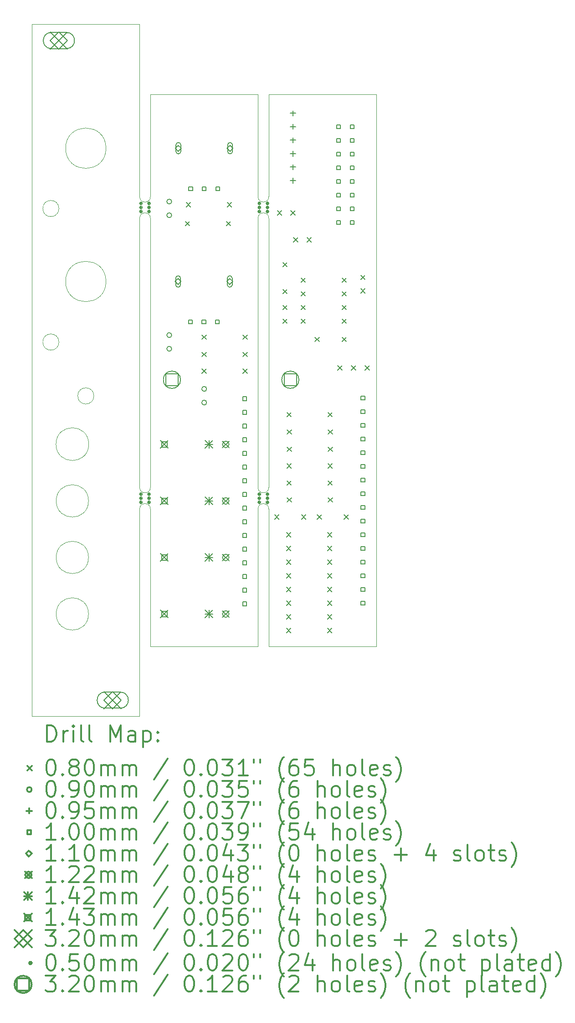
<source format=gbr>
%FSLAX45Y45*%
G04 Gerber Fmt 4.5, Leading zero omitted, Abs format (unit mm)*
G04 Created by KiCad (PCBNEW 5.1.9+dfsg1-1~bpo10+1) date 2021-12-28 01:34:05*
%MOMM*%
%LPD*%
G01*
G04 APERTURE LIST*
%TA.AperFunction,Profile*%
%ADD10C,0.100000*%
%TD*%
%ADD11C,0.200000*%
%ADD12C,0.300000*%
G04 APERTURE END LIST*
D10*
X6150000Y-10900000D02*
G75*
G03*
X6150000Y-10900000I-150000J0D01*
G01*
X6054138Y-11795862D02*
G75*
G03*
X6054138Y-11795862I-304138J0D01*
G01*
X6050000Y-14950000D02*
G75*
G03*
X6050000Y-14950000I-300000J0D01*
G01*
X6050000Y-13900000D02*
G75*
G03*
X6050000Y-13900000I-300000J0D01*
G01*
X6050000Y-12850000D02*
G75*
G03*
X6050000Y-12850000I-300000J0D01*
G01*
X5500000Y-7420000D02*
G75*
G03*
X5500000Y-7420000I-150000J0D01*
G01*
X5500000Y-9900000D02*
G75*
G03*
X5500000Y-9900000I-150000J0D01*
G01*
X7000000Y-16850000D02*
X7000000Y-15550000D01*
X9200000Y-15550000D02*
X9200000Y-13000000D01*
X9400000Y-13000000D02*
X9400000Y-15550000D01*
X9200000Y-12600000D02*
X9200000Y-7600000D01*
X9400000Y-7600000D02*
X9400000Y-12600000D01*
X9400000Y-5300000D02*
X9400000Y-7200000D01*
X9200000Y-5300000D02*
X9200000Y-7200000D01*
X9400000Y-7200000D02*
G75*
G02*
X9200000Y-7200000I-100000J0D01*
G01*
X9200000Y-7600000D02*
G75*
G02*
X9400000Y-7600000I100000J0D01*
G01*
X9400000Y-12600000D02*
G75*
G02*
X9200000Y-12600000I-100000J0D01*
G01*
X9200000Y-13000000D02*
G75*
G02*
X9400000Y-13000000I100000J0D01*
G01*
X7000000Y-13000000D02*
G75*
G02*
X7200000Y-13000000I100000J0D01*
G01*
X7200000Y-12600000D02*
G75*
G02*
X7000000Y-12600000I-100000J0D01*
G01*
X7000000Y-7600000D02*
G75*
G02*
X7200000Y-7600000I100000J0D01*
G01*
X7200000Y-12600000D02*
X7200000Y-7600000D01*
X7200000Y-15550000D02*
X7200000Y-13000000D01*
X7000000Y-13000000D02*
X7000000Y-15550000D01*
X7000000Y-7600000D02*
X7000000Y-12600000D01*
X7200000Y-7200000D02*
G75*
G02*
X7000000Y-7200000I-100000J0D01*
G01*
X11400000Y-15550000D02*
X11400000Y-5300000D01*
X9400000Y-15550000D02*
X11400000Y-15550000D01*
X9400000Y-5300000D02*
X11400000Y-5300000D01*
X7200000Y-15550000D02*
X9200000Y-15550000D01*
X7200000Y-5300000D02*
X7200000Y-7200000D01*
X7200000Y-5300000D02*
X9200000Y-5300000D01*
X5000000Y-16850000D02*
X5000000Y-4000000D01*
X7000000Y-16850000D02*
X5000000Y-16850000D01*
X7000000Y-4000000D02*
X7000000Y-7200000D01*
X5000000Y-4000000D02*
X7000000Y-4000000D01*
X6375000Y-8775000D02*
G75*
G03*
X6375000Y-8775000I-375000J0D01*
G01*
X6375000Y-6300000D02*
G75*
G03*
X6375000Y-6300000I-375000J0D01*
G01*
D11*
X7848000Y-7660000D02*
X7928000Y-7740000D01*
X7928000Y-7660000D02*
X7848000Y-7740000D01*
X7868000Y-7310000D02*
X7948000Y-7390000D01*
X7948000Y-7310000D02*
X7868000Y-7390000D01*
X8158000Y-9770000D02*
X8238000Y-9850000D01*
X8238000Y-9770000D02*
X8158000Y-9850000D01*
X8158000Y-10090000D02*
X8238000Y-10170000D01*
X8238000Y-10090000D02*
X8158000Y-10170000D01*
X8160000Y-10400000D02*
X8240000Y-10480000D01*
X8240000Y-10400000D02*
X8160000Y-10480000D01*
X8610000Y-7660000D02*
X8690000Y-7740000D01*
X8690000Y-7660000D02*
X8610000Y-7740000D01*
X8630000Y-7310000D02*
X8710000Y-7390000D01*
X8710000Y-7310000D02*
X8630000Y-7390000D01*
X8920000Y-9770000D02*
X9000000Y-9850000D01*
X9000000Y-9770000D02*
X8920000Y-9850000D01*
X8920000Y-10090000D02*
X9000000Y-10170000D01*
X9000000Y-10090000D02*
X8920000Y-10170000D01*
X8922000Y-10400000D02*
X9002000Y-10480000D01*
X9002000Y-10400000D02*
X8922000Y-10480000D01*
X9510000Y-13110000D02*
X9590000Y-13190000D01*
X9590000Y-13110000D02*
X9510000Y-13190000D01*
X9560000Y-7460000D02*
X9640000Y-7540000D01*
X9640000Y-7460000D02*
X9560000Y-7540000D01*
X9660000Y-8420000D02*
X9740000Y-8500000D01*
X9740000Y-8420000D02*
X9660000Y-8500000D01*
X9660000Y-8920000D02*
X9740000Y-9000000D01*
X9740000Y-8920000D02*
X9660000Y-9000000D01*
X9660000Y-9220000D02*
X9740000Y-9300000D01*
X9740000Y-9220000D02*
X9660000Y-9300000D01*
X9660000Y-9470000D02*
X9740000Y-9550000D01*
X9740000Y-9470000D02*
X9660000Y-9550000D01*
X9728000Y-13440000D02*
X9808000Y-13520000D01*
X9808000Y-13440000D02*
X9728000Y-13520000D01*
X9728000Y-13694000D02*
X9808000Y-13774000D01*
X9808000Y-13694000D02*
X9728000Y-13774000D01*
X9728000Y-13948000D02*
X9808000Y-14028000D01*
X9808000Y-13948000D02*
X9728000Y-14028000D01*
X9728000Y-14202000D02*
X9808000Y-14282000D01*
X9808000Y-14202000D02*
X9728000Y-14282000D01*
X9728000Y-14456000D02*
X9808000Y-14536000D01*
X9808000Y-14456000D02*
X9728000Y-14536000D01*
X9728000Y-14710000D02*
X9808000Y-14790000D01*
X9808000Y-14710000D02*
X9728000Y-14790000D01*
X9728000Y-14964000D02*
X9808000Y-15044000D01*
X9808000Y-14964000D02*
X9728000Y-15044000D01*
X9728000Y-15218000D02*
X9808000Y-15298000D01*
X9808000Y-15218000D02*
X9728000Y-15298000D01*
X9738000Y-11210000D02*
X9818000Y-11290000D01*
X9818000Y-11210000D02*
X9738000Y-11290000D01*
X9738000Y-12160000D02*
X9818000Y-12240000D01*
X9818000Y-12160000D02*
X9738000Y-12240000D01*
X9738000Y-12480000D02*
X9818000Y-12560000D01*
X9818000Y-12480000D02*
X9738000Y-12560000D01*
X9740000Y-11530000D02*
X9820000Y-11610000D01*
X9820000Y-11530000D02*
X9740000Y-11610000D01*
X9740000Y-11850000D02*
X9820000Y-11930000D01*
X9820000Y-11850000D02*
X9740000Y-11930000D01*
X9740000Y-12790000D02*
X9820000Y-12870000D01*
X9820000Y-12790000D02*
X9740000Y-12870000D01*
X9810000Y-7460000D02*
X9890000Y-7540000D01*
X9890000Y-7460000D02*
X9810000Y-7540000D01*
X9860000Y-7960000D02*
X9940000Y-8040000D01*
X9940000Y-7960000D02*
X9860000Y-8040000D01*
X9998000Y-8710000D02*
X10078000Y-8790000D01*
X10078000Y-8710000D02*
X9998000Y-8790000D01*
X9998000Y-8964000D02*
X10078000Y-9044000D01*
X10078000Y-8964000D02*
X9998000Y-9044000D01*
X9998000Y-9218000D02*
X10078000Y-9298000D01*
X10078000Y-9218000D02*
X9998000Y-9298000D01*
X9998000Y-9472000D02*
X10078000Y-9552000D01*
X10078000Y-9472000D02*
X9998000Y-9552000D01*
X10010000Y-13110000D02*
X10090000Y-13190000D01*
X10090000Y-13110000D02*
X10010000Y-13190000D01*
X10110000Y-7960000D02*
X10190000Y-8040000D01*
X10190000Y-7960000D02*
X10110000Y-8040000D01*
X10260000Y-9810000D02*
X10340000Y-9890000D01*
X10340000Y-9810000D02*
X10260000Y-9890000D01*
X10300000Y-13110000D02*
X10380000Y-13190000D01*
X10380000Y-13110000D02*
X10300000Y-13190000D01*
X10490000Y-13440000D02*
X10570000Y-13520000D01*
X10570000Y-13440000D02*
X10490000Y-13520000D01*
X10490000Y-13694000D02*
X10570000Y-13774000D01*
X10570000Y-13694000D02*
X10490000Y-13774000D01*
X10490000Y-13948000D02*
X10570000Y-14028000D01*
X10570000Y-13948000D02*
X10490000Y-14028000D01*
X10490000Y-14202000D02*
X10570000Y-14282000D01*
X10570000Y-14202000D02*
X10490000Y-14282000D01*
X10490000Y-14456000D02*
X10570000Y-14536000D01*
X10570000Y-14456000D02*
X10490000Y-14536000D01*
X10490000Y-14710000D02*
X10570000Y-14790000D01*
X10570000Y-14710000D02*
X10490000Y-14790000D01*
X10490000Y-14964000D02*
X10570000Y-15044000D01*
X10570000Y-14964000D02*
X10490000Y-15044000D01*
X10490000Y-15218000D02*
X10570000Y-15298000D01*
X10570000Y-15218000D02*
X10490000Y-15298000D01*
X10500000Y-11210000D02*
X10580000Y-11290000D01*
X10580000Y-11210000D02*
X10500000Y-11290000D01*
X10500000Y-12160000D02*
X10580000Y-12240000D01*
X10580000Y-12160000D02*
X10500000Y-12240000D01*
X10500000Y-12480000D02*
X10580000Y-12560000D01*
X10580000Y-12480000D02*
X10500000Y-12560000D01*
X10502000Y-11530000D02*
X10582000Y-11610000D01*
X10582000Y-11530000D02*
X10502000Y-11610000D01*
X10502000Y-11850000D02*
X10582000Y-11930000D01*
X10582000Y-11850000D02*
X10502000Y-11930000D01*
X10502000Y-12790000D02*
X10582000Y-12870000D01*
X10582000Y-12790000D02*
X10502000Y-12870000D01*
X10680000Y-10340000D02*
X10760000Y-10420000D01*
X10760000Y-10340000D02*
X10680000Y-10420000D01*
X10760000Y-8710000D02*
X10840000Y-8790000D01*
X10840000Y-8710000D02*
X10760000Y-8790000D01*
X10760000Y-8964000D02*
X10840000Y-9044000D01*
X10840000Y-8964000D02*
X10760000Y-9044000D01*
X10760000Y-9218000D02*
X10840000Y-9298000D01*
X10840000Y-9218000D02*
X10760000Y-9298000D01*
X10760000Y-9472000D02*
X10840000Y-9552000D01*
X10840000Y-9472000D02*
X10760000Y-9552000D01*
X10760000Y-9810000D02*
X10840000Y-9890000D01*
X10840000Y-9810000D02*
X10760000Y-9890000D01*
X10800000Y-13110000D02*
X10880000Y-13190000D01*
X10880000Y-13110000D02*
X10800000Y-13190000D01*
X10934000Y-10340000D02*
X11014000Y-10420000D01*
X11014000Y-10340000D02*
X10934000Y-10420000D01*
X11110000Y-8660000D02*
X11190000Y-8740000D01*
X11190000Y-8660000D02*
X11110000Y-8740000D01*
X11110000Y-8910000D02*
X11190000Y-8990000D01*
X11190000Y-8910000D02*
X11110000Y-8990000D01*
X11188000Y-10340000D02*
X11268000Y-10420000D01*
X11268000Y-10340000D02*
X11188000Y-10420000D01*
X7595000Y-7291000D02*
G75*
G03*
X7595000Y-7291000I-45000J0D01*
G01*
X7595000Y-7545000D02*
G75*
G03*
X7595000Y-7545000I-45000J0D01*
G01*
X7595000Y-9771000D02*
G75*
G03*
X7595000Y-9771000I-45000J0D01*
G01*
X7595000Y-10025000D02*
G75*
G03*
X7595000Y-10025000I-45000J0D01*
G01*
X8245000Y-10770000D02*
G75*
G03*
X8245000Y-10770000I-45000J0D01*
G01*
X8245000Y-11024000D02*
G75*
G03*
X8245000Y-11024000I-45000J0D01*
G01*
X9850000Y-5602500D02*
X9850000Y-5697500D01*
X9802500Y-5650000D02*
X9897500Y-5650000D01*
X9850000Y-5852500D02*
X9850000Y-5947500D01*
X9802500Y-5900000D02*
X9897500Y-5900000D01*
X9850000Y-6102500D02*
X9850000Y-6197500D01*
X9802500Y-6150000D02*
X9897500Y-6150000D01*
X9850000Y-6352500D02*
X9850000Y-6447500D01*
X9802500Y-6400000D02*
X9897500Y-6400000D01*
X9850000Y-6602500D02*
X9850000Y-6697500D01*
X9802500Y-6650000D02*
X9897500Y-6650000D01*
X9850000Y-6852500D02*
X9850000Y-6947500D01*
X9802500Y-6900000D02*
X9897500Y-6900000D01*
X7980356Y-9560356D02*
X7980356Y-9489644D01*
X7909644Y-9489644D01*
X7909644Y-9560356D01*
X7980356Y-9560356D01*
X7985356Y-7085356D02*
X7985356Y-7014644D01*
X7914644Y-7014644D01*
X7914644Y-7085356D01*
X7985356Y-7085356D01*
X8230356Y-9560356D02*
X8230356Y-9489644D01*
X8159644Y-9489644D01*
X8159644Y-9560356D01*
X8230356Y-9560356D01*
X8235356Y-7085356D02*
X8235356Y-7014644D01*
X8164644Y-7014644D01*
X8164644Y-7085356D01*
X8235356Y-7085356D01*
X8480356Y-9560356D02*
X8480356Y-9489644D01*
X8409644Y-9489644D01*
X8409644Y-9560356D01*
X8480356Y-9560356D01*
X8485356Y-7085356D02*
X8485356Y-7014644D01*
X8414644Y-7014644D01*
X8414644Y-7085356D01*
X8485356Y-7085356D01*
X8985356Y-10985356D02*
X8985356Y-10914644D01*
X8914644Y-10914644D01*
X8914644Y-10985356D01*
X8985356Y-10985356D01*
X8985356Y-11239356D02*
X8985356Y-11168644D01*
X8914644Y-11168644D01*
X8914644Y-11239356D01*
X8985356Y-11239356D01*
X8985356Y-11493356D02*
X8985356Y-11422644D01*
X8914644Y-11422644D01*
X8914644Y-11493356D01*
X8985356Y-11493356D01*
X8985356Y-11747356D02*
X8985356Y-11676644D01*
X8914644Y-11676644D01*
X8914644Y-11747356D01*
X8985356Y-11747356D01*
X8985356Y-12001356D02*
X8985356Y-11930644D01*
X8914644Y-11930644D01*
X8914644Y-12001356D01*
X8985356Y-12001356D01*
X8985356Y-12255356D02*
X8985356Y-12184644D01*
X8914644Y-12184644D01*
X8914644Y-12255356D01*
X8985356Y-12255356D01*
X8985356Y-12509356D02*
X8985356Y-12438644D01*
X8914644Y-12438644D01*
X8914644Y-12509356D01*
X8985356Y-12509356D01*
X8985356Y-12763356D02*
X8985356Y-12692644D01*
X8914644Y-12692644D01*
X8914644Y-12763356D01*
X8985356Y-12763356D01*
X8985356Y-13017356D02*
X8985356Y-12946644D01*
X8914644Y-12946644D01*
X8914644Y-13017356D01*
X8985356Y-13017356D01*
X8985356Y-13271356D02*
X8985356Y-13200644D01*
X8914644Y-13200644D01*
X8914644Y-13271356D01*
X8985356Y-13271356D01*
X8985356Y-13525356D02*
X8985356Y-13454644D01*
X8914644Y-13454644D01*
X8914644Y-13525356D01*
X8985356Y-13525356D01*
X8985356Y-13779356D02*
X8985356Y-13708644D01*
X8914644Y-13708644D01*
X8914644Y-13779356D01*
X8985356Y-13779356D01*
X8985356Y-14033356D02*
X8985356Y-13962644D01*
X8914644Y-13962644D01*
X8914644Y-14033356D01*
X8985356Y-14033356D01*
X8985356Y-14287356D02*
X8985356Y-14216644D01*
X8914644Y-14216644D01*
X8914644Y-14287356D01*
X8985356Y-14287356D01*
X8985356Y-14541356D02*
X8985356Y-14470644D01*
X8914644Y-14470644D01*
X8914644Y-14541356D01*
X8985356Y-14541356D01*
X8985356Y-14795356D02*
X8985356Y-14724644D01*
X8914644Y-14724644D01*
X8914644Y-14795356D01*
X8985356Y-14795356D01*
X10731356Y-5935356D02*
X10731356Y-5864644D01*
X10660644Y-5864644D01*
X10660644Y-5935356D01*
X10731356Y-5935356D01*
X10731356Y-6189356D02*
X10731356Y-6118644D01*
X10660644Y-6118644D01*
X10660644Y-6189356D01*
X10731356Y-6189356D01*
X10731356Y-6443356D02*
X10731356Y-6372644D01*
X10660644Y-6372644D01*
X10660644Y-6443356D01*
X10731356Y-6443356D01*
X10731356Y-6697356D02*
X10731356Y-6626644D01*
X10660644Y-6626644D01*
X10660644Y-6697356D01*
X10731356Y-6697356D01*
X10731356Y-6951356D02*
X10731356Y-6880644D01*
X10660644Y-6880644D01*
X10660644Y-6951356D01*
X10731356Y-6951356D01*
X10731356Y-7205356D02*
X10731356Y-7134644D01*
X10660644Y-7134644D01*
X10660644Y-7205356D01*
X10731356Y-7205356D01*
X10731356Y-7459356D02*
X10731356Y-7388644D01*
X10660644Y-7388644D01*
X10660644Y-7459356D01*
X10731356Y-7459356D01*
X10731356Y-7713356D02*
X10731356Y-7642644D01*
X10660644Y-7642644D01*
X10660644Y-7713356D01*
X10731356Y-7713356D01*
X10985356Y-5935356D02*
X10985356Y-5864644D01*
X10914644Y-5864644D01*
X10914644Y-5935356D01*
X10985356Y-5935356D01*
X10985356Y-6189356D02*
X10985356Y-6118644D01*
X10914644Y-6118644D01*
X10914644Y-6189356D01*
X10985356Y-6189356D01*
X10985356Y-6443356D02*
X10985356Y-6372644D01*
X10914644Y-6372644D01*
X10914644Y-6443356D01*
X10985356Y-6443356D01*
X10985356Y-6697356D02*
X10985356Y-6626644D01*
X10914644Y-6626644D01*
X10914644Y-6697356D01*
X10985356Y-6697356D01*
X10985356Y-6951356D02*
X10985356Y-6880644D01*
X10914644Y-6880644D01*
X10914644Y-6951356D01*
X10985356Y-6951356D01*
X10985356Y-7205356D02*
X10985356Y-7134644D01*
X10914644Y-7134644D01*
X10914644Y-7205356D01*
X10985356Y-7205356D01*
X10985356Y-7459356D02*
X10985356Y-7388644D01*
X10914644Y-7388644D01*
X10914644Y-7459356D01*
X10985356Y-7459356D01*
X10985356Y-7713356D02*
X10985356Y-7642644D01*
X10914644Y-7642644D01*
X10914644Y-7713356D01*
X10985356Y-7713356D01*
X11185356Y-10975356D02*
X11185356Y-10904644D01*
X11114644Y-10904644D01*
X11114644Y-10975356D01*
X11185356Y-10975356D01*
X11185356Y-11229356D02*
X11185356Y-11158644D01*
X11114644Y-11158644D01*
X11114644Y-11229356D01*
X11185356Y-11229356D01*
X11185356Y-11483356D02*
X11185356Y-11412644D01*
X11114644Y-11412644D01*
X11114644Y-11483356D01*
X11185356Y-11483356D01*
X11185356Y-11737356D02*
X11185356Y-11666644D01*
X11114644Y-11666644D01*
X11114644Y-11737356D01*
X11185356Y-11737356D01*
X11185356Y-11991356D02*
X11185356Y-11920644D01*
X11114644Y-11920644D01*
X11114644Y-11991356D01*
X11185356Y-11991356D01*
X11185356Y-12245356D02*
X11185356Y-12174644D01*
X11114644Y-12174644D01*
X11114644Y-12245356D01*
X11185356Y-12245356D01*
X11185356Y-12499356D02*
X11185356Y-12428644D01*
X11114644Y-12428644D01*
X11114644Y-12499356D01*
X11185356Y-12499356D01*
X11185356Y-12753356D02*
X11185356Y-12682644D01*
X11114644Y-12682644D01*
X11114644Y-12753356D01*
X11185356Y-12753356D01*
X11185356Y-13007356D02*
X11185356Y-12936644D01*
X11114644Y-12936644D01*
X11114644Y-13007356D01*
X11185356Y-13007356D01*
X11185356Y-13261356D02*
X11185356Y-13190644D01*
X11114644Y-13190644D01*
X11114644Y-13261356D01*
X11185356Y-13261356D01*
X11185356Y-13515356D02*
X11185356Y-13444644D01*
X11114644Y-13444644D01*
X11114644Y-13515356D01*
X11185356Y-13515356D01*
X11185356Y-13769356D02*
X11185356Y-13698644D01*
X11114644Y-13698644D01*
X11114644Y-13769356D01*
X11185356Y-13769356D01*
X11185356Y-14023356D02*
X11185356Y-13952644D01*
X11114644Y-13952644D01*
X11114644Y-14023356D01*
X11185356Y-14023356D01*
X11185356Y-14277356D02*
X11185356Y-14206644D01*
X11114644Y-14206644D01*
X11114644Y-14277356D01*
X11185356Y-14277356D01*
X11185356Y-14531356D02*
X11185356Y-14460644D01*
X11114644Y-14460644D01*
X11114644Y-14531356D01*
X11185356Y-14531356D01*
X11185356Y-14785356D02*
X11185356Y-14714644D01*
X11114644Y-14714644D01*
X11114644Y-14785356D01*
X11185356Y-14785356D01*
X7715000Y-8830000D02*
X7770000Y-8775000D01*
X7715000Y-8720000D01*
X7660000Y-8775000D01*
X7715000Y-8830000D01*
X7760000Y-8835000D02*
X7760000Y-8715000D01*
X7670000Y-8835000D02*
X7670000Y-8715000D01*
X7760000Y-8715000D02*
G75*
G03*
X7670000Y-8715000I-45000J0D01*
G01*
X7670000Y-8835000D02*
G75*
G03*
X7760000Y-8835000I45000J0D01*
G01*
X7720000Y-6355000D02*
X7775000Y-6300000D01*
X7720000Y-6245000D01*
X7665000Y-6300000D01*
X7720000Y-6355000D01*
X7765000Y-6360000D02*
X7765000Y-6240000D01*
X7675000Y-6360000D02*
X7675000Y-6240000D01*
X7765000Y-6240000D02*
G75*
G03*
X7675000Y-6240000I-45000J0D01*
G01*
X7675000Y-6360000D02*
G75*
G03*
X7765000Y-6360000I45000J0D01*
G01*
X8675000Y-8830000D02*
X8730000Y-8775000D01*
X8675000Y-8720000D01*
X8620000Y-8775000D01*
X8675000Y-8830000D01*
X8720000Y-8835000D02*
X8720000Y-8715000D01*
X8630000Y-8835000D02*
X8630000Y-8715000D01*
X8720000Y-8715000D02*
G75*
G03*
X8630000Y-8715000I-45000J0D01*
G01*
X8630000Y-8835000D02*
G75*
G03*
X8720000Y-8835000I45000J0D01*
G01*
X8680000Y-6355000D02*
X8735000Y-6300000D01*
X8680000Y-6245000D01*
X8625000Y-6300000D01*
X8680000Y-6355000D01*
X8725000Y-6360000D02*
X8725000Y-6240000D01*
X8635000Y-6360000D02*
X8635000Y-6240000D01*
X8725000Y-6240000D02*
G75*
G03*
X8635000Y-6240000I-45000J0D01*
G01*
X8635000Y-6360000D02*
G75*
G03*
X8725000Y-6360000I45000J0D01*
G01*
X8539000Y-11739000D02*
X8661000Y-11861000D01*
X8661000Y-11739000D02*
X8539000Y-11861000D01*
X8661000Y-11800000D02*
G75*
G03*
X8661000Y-11800000I-61000J0D01*
G01*
X8539000Y-12789000D02*
X8661000Y-12911000D01*
X8661000Y-12789000D02*
X8539000Y-12911000D01*
X8661000Y-12850000D02*
G75*
G03*
X8661000Y-12850000I-61000J0D01*
G01*
X8539000Y-13839000D02*
X8661000Y-13961000D01*
X8661000Y-13839000D02*
X8539000Y-13961000D01*
X8661000Y-13900000D02*
G75*
G03*
X8661000Y-13900000I-61000J0D01*
G01*
X8539000Y-14889000D02*
X8661000Y-15011000D01*
X8661000Y-14889000D02*
X8539000Y-15011000D01*
X8661000Y-14950000D02*
G75*
G03*
X8661000Y-14950000I-61000J0D01*
G01*
X8219000Y-11729000D02*
X8361000Y-11871000D01*
X8361000Y-11729000D02*
X8219000Y-11871000D01*
X8290000Y-11729000D02*
X8290000Y-11871000D01*
X8219000Y-11800000D02*
X8361000Y-11800000D01*
X8219000Y-12779000D02*
X8361000Y-12921000D01*
X8361000Y-12779000D02*
X8219000Y-12921000D01*
X8290000Y-12779000D02*
X8290000Y-12921000D01*
X8219000Y-12850000D02*
X8361000Y-12850000D01*
X8219000Y-13829000D02*
X8361000Y-13971000D01*
X8361000Y-13829000D02*
X8219000Y-13971000D01*
X8290000Y-13829000D02*
X8290000Y-13971000D01*
X8219000Y-13900000D02*
X8361000Y-13900000D01*
X8219000Y-14879000D02*
X8361000Y-15021000D01*
X8361000Y-14879000D02*
X8219000Y-15021000D01*
X8290000Y-14879000D02*
X8290000Y-15021000D01*
X8219000Y-14950000D02*
X8361000Y-14950000D01*
X7388500Y-11728500D02*
X7531500Y-11871500D01*
X7531500Y-11728500D02*
X7388500Y-11871500D01*
X7510559Y-11850559D02*
X7510559Y-11749441D01*
X7409441Y-11749441D01*
X7409441Y-11850559D01*
X7510559Y-11850559D01*
X7388500Y-12778500D02*
X7531500Y-12921500D01*
X7531500Y-12778500D02*
X7388500Y-12921500D01*
X7510559Y-12900559D02*
X7510559Y-12799441D01*
X7409441Y-12799441D01*
X7409441Y-12900559D01*
X7510559Y-12900559D01*
X7388500Y-13828500D02*
X7531500Y-13971500D01*
X7531500Y-13828500D02*
X7388500Y-13971500D01*
X7510559Y-13950559D02*
X7510559Y-13849441D01*
X7409441Y-13849441D01*
X7409441Y-13950559D01*
X7510559Y-13950559D01*
X7388500Y-14878500D02*
X7531500Y-15021500D01*
X7531500Y-14878500D02*
X7388500Y-15021500D01*
X7510559Y-15000559D02*
X7510559Y-14899441D01*
X7409441Y-14899441D01*
X7409441Y-15000559D01*
X7510559Y-15000559D01*
X5340000Y-4140000D02*
X5660000Y-4460000D01*
X5660000Y-4140000D02*
X5340000Y-4460000D01*
X5500000Y-4460000D02*
X5660000Y-4300000D01*
X5500000Y-4140000D01*
X5340000Y-4300000D01*
X5500000Y-4460000D01*
X5360000Y-4450000D02*
X5640000Y-4450000D01*
X5360000Y-4150000D02*
X5640000Y-4150000D01*
X5640000Y-4450000D02*
G75*
G03*
X5640000Y-4150000I0J150000D01*
G01*
X5360000Y-4150000D02*
G75*
G03*
X5360000Y-4450000I0J-150000D01*
G01*
X6340000Y-16390000D02*
X6660000Y-16710000D01*
X6660000Y-16390000D02*
X6340000Y-16710000D01*
X6500000Y-16710000D02*
X6660000Y-16550000D01*
X6500000Y-16390000D01*
X6340000Y-16550000D01*
X6500000Y-16710000D01*
X6360000Y-16700000D02*
X6640000Y-16700000D01*
X6360000Y-16400000D02*
X6640000Y-16400000D01*
X6640000Y-16700000D02*
G75*
G03*
X6640000Y-16400000I0J150000D01*
G01*
X6360000Y-16400000D02*
G75*
G03*
X6360000Y-16700000I0J-150000D01*
G01*
X7025000Y-7300000D02*
X7025000Y-7350000D01*
X7000000Y-7325000D02*
X7050000Y-7325000D01*
X7050000Y-7325000D02*
G75*
G03*
X7050000Y-7325000I-25000J0D01*
G01*
X7025000Y-7375000D02*
X7025000Y-7425000D01*
X7000000Y-7400000D02*
X7050000Y-7400000D01*
X7050000Y-7400000D02*
G75*
G03*
X7050000Y-7400000I-25000J0D01*
G01*
X7025000Y-7450000D02*
X7025000Y-7500000D01*
X7000000Y-7475000D02*
X7050000Y-7475000D01*
X7050000Y-7475000D02*
G75*
G03*
X7050000Y-7475000I-25000J0D01*
G01*
X7025000Y-12700000D02*
X7025000Y-12750000D01*
X7000000Y-12725000D02*
X7050000Y-12725000D01*
X7050000Y-12725000D02*
G75*
G03*
X7050000Y-12725000I-25000J0D01*
G01*
X7025000Y-12775000D02*
X7025000Y-12825000D01*
X7000000Y-12800000D02*
X7050000Y-12800000D01*
X7050000Y-12800000D02*
G75*
G03*
X7050000Y-12800000I-25000J0D01*
G01*
X7025000Y-12850000D02*
X7025000Y-12900000D01*
X7000000Y-12875000D02*
X7050000Y-12875000D01*
X7050000Y-12875000D02*
G75*
G03*
X7050000Y-12875000I-25000J0D01*
G01*
X7175000Y-7300000D02*
X7175000Y-7350000D01*
X7150000Y-7325000D02*
X7200000Y-7325000D01*
X7200000Y-7325000D02*
G75*
G03*
X7200000Y-7325000I-25000J0D01*
G01*
X7175000Y-7375000D02*
X7175000Y-7425000D01*
X7150000Y-7400000D02*
X7200000Y-7400000D01*
X7200000Y-7400000D02*
G75*
G03*
X7200000Y-7400000I-25000J0D01*
G01*
X7175000Y-7450000D02*
X7175000Y-7500000D01*
X7150000Y-7475000D02*
X7200000Y-7475000D01*
X7200000Y-7475000D02*
G75*
G03*
X7200000Y-7475000I-25000J0D01*
G01*
X7175000Y-12700000D02*
X7175000Y-12750000D01*
X7150000Y-12725000D02*
X7200000Y-12725000D01*
X7200000Y-12725000D02*
G75*
G03*
X7200000Y-12725000I-25000J0D01*
G01*
X7175000Y-12775000D02*
X7175000Y-12825000D01*
X7150000Y-12800000D02*
X7200000Y-12800000D01*
X7200000Y-12800000D02*
G75*
G03*
X7200000Y-12800000I-25000J0D01*
G01*
X7175000Y-12850000D02*
X7175000Y-12900000D01*
X7150000Y-12875000D02*
X7200000Y-12875000D01*
X7200000Y-12875000D02*
G75*
G03*
X7200000Y-12875000I-25000J0D01*
G01*
X9225000Y-7300000D02*
X9225000Y-7350000D01*
X9200000Y-7325000D02*
X9250000Y-7325000D01*
X9250000Y-7325000D02*
G75*
G03*
X9250000Y-7325000I-25000J0D01*
G01*
X9225000Y-7375000D02*
X9225000Y-7425000D01*
X9200000Y-7400000D02*
X9250000Y-7400000D01*
X9250000Y-7400000D02*
G75*
G03*
X9250000Y-7400000I-25000J0D01*
G01*
X9225000Y-7450000D02*
X9225000Y-7500000D01*
X9200000Y-7475000D02*
X9250000Y-7475000D01*
X9250000Y-7475000D02*
G75*
G03*
X9250000Y-7475000I-25000J0D01*
G01*
X9225000Y-12700000D02*
X9225000Y-12750000D01*
X9200000Y-12725000D02*
X9250000Y-12725000D01*
X9250000Y-12725000D02*
G75*
G03*
X9250000Y-12725000I-25000J0D01*
G01*
X9225000Y-12775000D02*
X9225000Y-12825000D01*
X9200000Y-12800000D02*
X9250000Y-12800000D01*
X9250000Y-12800000D02*
G75*
G03*
X9250000Y-12800000I-25000J0D01*
G01*
X9225000Y-12850000D02*
X9225000Y-12900000D01*
X9200000Y-12875000D02*
X9250000Y-12875000D01*
X9250000Y-12875000D02*
G75*
G03*
X9250000Y-12875000I-25000J0D01*
G01*
X9375000Y-7300000D02*
X9375000Y-7350000D01*
X9350000Y-7325000D02*
X9400000Y-7325000D01*
X9400000Y-7325000D02*
G75*
G03*
X9400000Y-7325000I-25000J0D01*
G01*
X9375000Y-7375000D02*
X9375000Y-7425000D01*
X9350000Y-7400000D02*
X9400000Y-7400000D01*
X9400000Y-7400000D02*
G75*
G03*
X9400000Y-7400000I-25000J0D01*
G01*
X9375000Y-7450000D02*
X9375000Y-7500000D01*
X9350000Y-7475000D02*
X9400000Y-7475000D01*
X9400000Y-7475000D02*
G75*
G03*
X9400000Y-7475000I-25000J0D01*
G01*
X9375000Y-12700000D02*
X9375000Y-12750000D01*
X9350000Y-12725000D02*
X9400000Y-12725000D01*
X9400000Y-12725000D02*
G75*
G03*
X9400000Y-12725000I-25000J0D01*
G01*
X9375000Y-12775000D02*
X9375000Y-12825000D01*
X9350000Y-12800000D02*
X9400000Y-12800000D01*
X9400000Y-12800000D02*
G75*
G03*
X9400000Y-12800000I-25000J0D01*
G01*
X9375000Y-12850000D02*
X9375000Y-12900000D01*
X9350000Y-12875000D02*
X9400000Y-12875000D01*
X9400000Y-12875000D02*
G75*
G03*
X9400000Y-12875000I-25000J0D01*
G01*
X7713138Y-10713138D02*
X7713138Y-10486862D01*
X7486862Y-10486862D01*
X7486862Y-10713138D01*
X7713138Y-10713138D01*
X7760000Y-10600000D02*
G75*
G03*
X7760000Y-10600000I-160000J0D01*
G01*
X9913138Y-10713138D02*
X9913138Y-10486862D01*
X9686862Y-10486862D01*
X9686862Y-10713138D01*
X9913138Y-10713138D01*
X9960000Y-10600000D02*
G75*
G03*
X9960000Y-10600000I-160000J0D01*
G01*
D12*
X5281428Y-17320714D02*
X5281428Y-17020714D01*
X5352857Y-17020714D01*
X5395714Y-17035000D01*
X5424286Y-17063572D01*
X5438571Y-17092143D01*
X5452857Y-17149286D01*
X5452857Y-17192143D01*
X5438571Y-17249286D01*
X5424286Y-17277857D01*
X5395714Y-17306429D01*
X5352857Y-17320714D01*
X5281428Y-17320714D01*
X5581428Y-17320714D02*
X5581428Y-17120714D01*
X5581428Y-17177857D02*
X5595714Y-17149286D01*
X5610000Y-17135000D01*
X5638571Y-17120714D01*
X5667143Y-17120714D01*
X5767143Y-17320714D02*
X5767143Y-17120714D01*
X5767143Y-17020714D02*
X5752857Y-17035000D01*
X5767143Y-17049286D01*
X5781428Y-17035000D01*
X5767143Y-17020714D01*
X5767143Y-17049286D01*
X5952857Y-17320714D02*
X5924286Y-17306429D01*
X5910000Y-17277857D01*
X5910000Y-17020714D01*
X6110000Y-17320714D02*
X6081428Y-17306429D01*
X6067143Y-17277857D01*
X6067143Y-17020714D01*
X6452857Y-17320714D02*
X6452857Y-17020714D01*
X6552857Y-17235000D01*
X6652857Y-17020714D01*
X6652857Y-17320714D01*
X6924286Y-17320714D02*
X6924286Y-17163572D01*
X6910000Y-17135000D01*
X6881428Y-17120714D01*
X6824286Y-17120714D01*
X6795714Y-17135000D01*
X6924286Y-17306429D02*
X6895714Y-17320714D01*
X6824286Y-17320714D01*
X6795714Y-17306429D01*
X6781428Y-17277857D01*
X6781428Y-17249286D01*
X6795714Y-17220714D01*
X6824286Y-17206429D01*
X6895714Y-17206429D01*
X6924286Y-17192143D01*
X7067143Y-17120714D02*
X7067143Y-17420714D01*
X7067143Y-17135000D02*
X7095714Y-17120714D01*
X7152857Y-17120714D01*
X7181428Y-17135000D01*
X7195714Y-17149286D01*
X7210000Y-17177857D01*
X7210000Y-17263572D01*
X7195714Y-17292143D01*
X7181428Y-17306429D01*
X7152857Y-17320714D01*
X7095714Y-17320714D01*
X7067143Y-17306429D01*
X7338571Y-17292143D02*
X7352857Y-17306429D01*
X7338571Y-17320714D01*
X7324286Y-17306429D01*
X7338571Y-17292143D01*
X7338571Y-17320714D01*
X7338571Y-17135000D02*
X7352857Y-17149286D01*
X7338571Y-17163572D01*
X7324286Y-17149286D01*
X7338571Y-17135000D01*
X7338571Y-17163572D01*
X4915000Y-17775000D02*
X4995000Y-17855000D01*
X4995000Y-17775000D02*
X4915000Y-17855000D01*
X5338571Y-17650714D02*
X5367143Y-17650714D01*
X5395714Y-17665000D01*
X5410000Y-17679286D01*
X5424286Y-17707857D01*
X5438571Y-17765000D01*
X5438571Y-17836429D01*
X5424286Y-17893572D01*
X5410000Y-17922143D01*
X5395714Y-17936429D01*
X5367143Y-17950714D01*
X5338571Y-17950714D01*
X5310000Y-17936429D01*
X5295714Y-17922143D01*
X5281428Y-17893572D01*
X5267143Y-17836429D01*
X5267143Y-17765000D01*
X5281428Y-17707857D01*
X5295714Y-17679286D01*
X5310000Y-17665000D01*
X5338571Y-17650714D01*
X5567143Y-17922143D02*
X5581428Y-17936429D01*
X5567143Y-17950714D01*
X5552857Y-17936429D01*
X5567143Y-17922143D01*
X5567143Y-17950714D01*
X5752857Y-17779286D02*
X5724286Y-17765000D01*
X5710000Y-17750714D01*
X5695714Y-17722143D01*
X5695714Y-17707857D01*
X5710000Y-17679286D01*
X5724286Y-17665000D01*
X5752857Y-17650714D01*
X5810000Y-17650714D01*
X5838571Y-17665000D01*
X5852857Y-17679286D01*
X5867143Y-17707857D01*
X5867143Y-17722143D01*
X5852857Y-17750714D01*
X5838571Y-17765000D01*
X5810000Y-17779286D01*
X5752857Y-17779286D01*
X5724286Y-17793572D01*
X5710000Y-17807857D01*
X5695714Y-17836429D01*
X5695714Y-17893572D01*
X5710000Y-17922143D01*
X5724286Y-17936429D01*
X5752857Y-17950714D01*
X5810000Y-17950714D01*
X5838571Y-17936429D01*
X5852857Y-17922143D01*
X5867143Y-17893572D01*
X5867143Y-17836429D01*
X5852857Y-17807857D01*
X5838571Y-17793572D01*
X5810000Y-17779286D01*
X6052857Y-17650714D02*
X6081428Y-17650714D01*
X6110000Y-17665000D01*
X6124286Y-17679286D01*
X6138571Y-17707857D01*
X6152857Y-17765000D01*
X6152857Y-17836429D01*
X6138571Y-17893572D01*
X6124286Y-17922143D01*
X6110000Y-17936429D01*
X6081428Y-17950714D01*
X6052857Y-17950714D01*
X6024286Y-17936429D01*
X6010000Y-17922143D01*
X5995714Y-17893572D01*
X5981428Y-17836429D01*
X5981428Y-17765000D01*
X5995714Y-17707857D01*
X6010000Y-17679286D01*
X6024286Y-17665000D01*
X6052857Y-17650714D01*
X6281428Y-17950714D02*
X6281428Y-17750714D01*
X6281428Y-17779286D02*
X6295714Y-17765000D01*
X6324286Y-17750714D01*
X6367143Y-17750714D01*
X6395714Y-17765000D01*
X6410000Y-17793572D01*
X6410000Y-17950714D01*
X6410000Y-17793572D02*
X6424286Y-17765000D01*
X6452857Y-17750714D01*
X6495714Y-17750714D01*
X6524286Y-17765000D01*
X6538571Y-17793572D01*
X6538571Y-17950714D01*
X6681428Y-17950714D02*
X6681428Y-17750714D01*
X6681428Y-17779286D02*
X6695714Y-17765000D01*
X6724286Y-17750714D01*
X6767143Y-17750714D01*
X6795714Y-17765000D01*
X6810000Y-17793572D01*
X6810000Y-17950714D01*
X6810000Y-17793572D02*
X6824286Y-17765000D01*
X6852857Y-17750714D01*
X6895714Y-17750714D01*
X6924286Y-17765000D01*
X6938571Y-17793572D01*
X6938571Y-17950714D01*
X7524286Y-17636429D02*
X7267143Y-18022143D01*
X7910000Y-17650714D02*
X7938571Y-17650714D01*
X7967143Y-17665000D01*
X7981428Y-17679286D01*
X7995714Y-17707857D01*
X8010000Y-17765000D01*
X8010000Y-17836429D01*
X7995714Y-17893572D01*
X7981428Y-17922143D01*
X7967143Y-17936429D01*
X7938571Y-17950714D01*
X7910000Y-17950714D01*
X7881428Y-17936429D01*
X7867143Y-17922143D01*
X7852857Y-17893572D01*
X7838571Y-17836429D01*
X7838571Y-17765000D01*
X7852857Y-17707857D01*
X7867143Y-17679286D01*
X7881428Y-17665000D01*
X7910000Y-17650714D01*
X8138571Y-17922143D02*
X8152857Y-17936429D01*
X8138571Y-17950714D01*
X8124286Y-17936429D01*
X8138571Y-17922143D01*
X8138571Y-17950714D01*
X8338571Y-17650714D02*
X8367143Y-17650714D01*
X8395714Y-17665000D01*
X8410000Y-17679286D01*
X8424286Y-17707857D01*
X8438571Y-17765000D01*
X8438571Y-17836429D01*
X8424286Y-17893572D01*
X8410000Y-17922143D01*
X8395714Y-17936429D01*
X8367143Y-17950714D01*
X8338571Y-17950714D01*
X8310000Y-17936429D01*
X8295714Y-17922143D01*
X8281428Y-17893572D01*
X8267143Y-17836429D01*
X8267143Y-17765000D01*
X8281428Y-17707857D01*
X8295714Y-17679286D01*
X8310000Y-17665000D01*
X8338571Y-17650714D01*
X8538571Y-17650714D02*
X8724286Y-17650714D01*
X8624286Y-17765000D01*
X8667143Y-17765000D01*
X8695714Y-17779286D01*
X8710000Y-17793572D01*
X8724286Y-17822143D01*
X8724286Y-17893572D01*
X8710000Y-17922143D01*
X8695714Y-17936429D01*
X8667143Y-17950714D01*
X8581428Y-17950714D01*
X8552857Y-17936429D01*
X8538571Y-17922143D01*
X9010000Y-17950714D02*
X8838571Y-17950714D01*
X8924286Y-17950714D02*
X8924286Y-17650714D01*
X8895714Y-17693572D01*
X8867143Y-17722143D01*
X8838571Y-17736429D01*
X9124286Y-17650714D02*
X9124286Y-17707857D01*
X9238571Y-17650714D02*
X9238571Y-17707857D01*
X9681428Y-18065000D02*
X9667143Y-18050714D01*
X9638571Y-18007857D01*
X9624286Y-17979286D01*
X9610000Y-17936429D01*
X9595714Y-17865000D01*
X9595714Y-17807857D01*
X9610000Y-17736429D01*
X9624286Y-17693572D01*
X9638571Y-17665000D01*
X9667143Y-17622143D01*
X9681428Y-17607857D01*
X9924286Y-17650714D02*
X9867143Y-17650714D01*
X9838571Y-17665000D01*
X9824286Y-17679286D01*
X9795714Y-17722143D01*
X9781428Y-17779286D01*
X9781428Y-17893572D01*
X9795714Y-17922143D01*
X9810000Y-17936429D01*
X9838571Y-17950714D01*
X9895714Y-17950714D01*
X9924286Y-17936429D01*
X9938571Y-17922143D01*
X9952857Y-17893572D01*
X9952857Y-17822143D01*
X9938571Y-17793572D01*
X9924286Y-17779286D01*
X9895714Y-17765000D01*
X9838571Y-17765000D01*
X9810000Y-17779286D01*
X9795714Y-17793572D01*
X9781428Y-17822143D01*
X10224286Y-17650714D02*
X10081428Y-17650714D01*
X10067143Y-17793572D01*
X10081428Y-17779286D01*
X10110000Y-17765000D01*
X10181428Y-17765000D01*
X10210000Y-17779286D01*
X10224286Y-17793572D01*
X10238571Y-17822143D01*
X10238571Y-17893572D01*
X10224286Y-17922143D01*
X10210000Y-17936429D01*
X10181428Y-17950714D01*
X10110000Y-17950714D01*
X10081428Y-17936429D01*
X10067143Y-17922143D01*
X10595714Y-17950714D02*
X10595714Y-17650714D01*
X10724286Y-17950714D02*
X10724286Y-17793572D01*
X10710000Y-17765000D01*
X10681428Y-17750714D01*
X10638571Y-17750714D01*
X10610000Y-17765000D01*
X10595714Y-17779286D01*
X10910000Y-17950714D02*
X10881428Y-17936429D01*
X10867143Y-17922143D01*
X10852857Y-17893572D01*
X10852857Y-17807857D01*
X10867143Y-17779286D01*
X10881428Y-17765000D01*
X10910000Y-17750714D01*
X10952857Y-17750714D01*
X10981428Y-17765000D01*
X10995714Y-17779286D01*
X11010000Y-17807857D01*
X11010000Y-17893572D01*
X10995714Y-17922143D01*
X10981428Y-17936429D01*
X10952857Y-17950714D01*
X10910000Y-17950714D01*
X11181428Y-17950714D02*
X11152857Y-17936429D01*
X11138571Y-17907857D01*
X11138571Y-17650714D01*
X11410000Y-17936429D02*
X11381428Y-17950714D01*
X11324286Y-17950714D01*
X11295714Y-17936429D01*
X11281428Y-17907857D01*
X11281428Y-17793572D01*
X11295714Y-17765000D01*
X11324286Y-17750714D01*
X11381428Y-17750714D01*
X11410000Y-17765000D01*
X11424286Y-17793572D01*
X11424286Y-17822143D01*
X11281428Y-17850714D01*
X11538571Y-17936429D02*
X11567143Y-17950714D01*
X11624286Y-17950714D01*
X11652857Y-17936429D01*
X11667143Y-17907857D01*
X11667143Y-17893572D01*
X11652857Y-17865000D01*
X11624286Y-17850714D01*
X11581428Y-17850714D01*
X11552857Y-17836429D01*
X11538571Y-17807857D01*
X11538571Y-17793572D01*
X11552857Y-17765000D01*
X11581428Y-17750714D01*
X11624286Y-17750714D01*
X11652857Y-17765000D01*
X11767143Y-18065000D02*
X11781428Y-18050714D01*
X11810000Y-18007857D01*
X11824286Y-17979286D01*
X11838571Y-17936429D01*
X11852857Y-17865000D01*
X11852857Y-17807857D01*
X11838571Y-17736429D01*
X11824286Y-17693572D01*
X11810000Y-17665000D01*
X11781428Y-17622143D01*
X11767143Y-17607857D01*
X4995000Y-18211000D02*
G75*
G03*
X4995000Y-18211000I-45000J0D01*
G01*
X5338571Y-18046714D02*
X5367143Y-18046714D01*
X5395714Y-18061000D01*
X5410000Y-18075286D01*
X5424286Y-18103857D01*
X5438571Y-18161000D01*
X5438571Y-18232429D01*
X5424286Y-18289572D01*
X5410000Y-18318143D01*
X5395714Y-18332429D01*
X5367143Y-18346714D01*
X5338571Y-18346714D01*
X5310000Y-18332429D01*
X5295714Y-18318143D01*
X5281428Y-18289572D01*
X5267143Y-18232429D01*
X5267143Y-18161000D01*
X5281428Y-18103857D01*
X5295714Y-18075286D01*
X5310000Y-18061000D01*
X5338571Y-18046714D01*
X5567143Y-18318143D02*
X5581428Y-18332429D01*
X5567143Y-18346714D01*
X5552857Y-18332429D01*
X5567143Y-18318143D01*
X5567143Y-18346714D01*
X5724286Y-18346714D02*
X5781428Y-18346714D01*
X5810000Y-18332429D01*
X5824286Y-18318143D01*
X5852857Y-18275286D01*
X5867143Y-18218143D01*
X5867143Y-18103857D01*
X5852857Y-18075286D01*
X5838571Y-18061000D01*
X5810000Y-18046714D01*
X5752857Y-18046714D01*
X5724286Y-18061000D01*
X5710000Y-18075286D01*
X5695714Y-18103857D01*
X5695714Y-18175286D01*
X5710000Y-18203857D01*
X5724286Y-18218143D01*
X5752857Y-18232429D01*
X5810000Y-18232429D01*
X5838571Y-18218143D01*
X5852857Y-18203857D01*
X5867143Y-18175286D01*
X6052857Y-18046714D02*
X6081428Y-18046714D01*
X6110000Y-18061000D01*
X6124286Y-18075286D01*
X6138571Y-18103857D01*
X6152857Y-18161000D01*
X6152857Y-18232429D01*
X6138571Y-18289572D01*
X6124286Y-18318143D01*
X6110000Y-18332429D01*
X6081428Y-18346714D01*
X6052857Y-18346714D01*
X6024286Y-18332429D01*
X6010000Y-18318143D01*
X5995714Y-18289572D01*
X5981428Y-18232429D01*
X5981428Y-18161000D01*
X5995714Y-18103857D01*
X6010000Y-18075286D01*
X6024286Y-18061000D01*
X6052857Y-18046714D01*
X6281428Y-18346714D02*
X6281428Y-18146714D01*
X6281428Y-18175286D02*
X6295714Y-18161000D01*
X6324286Y-18146714D01*
X6367143Y-18146714D01*
X6395714Y-18161000D01*
X6410000Y-18189572D01*
X6410000Y-18346714D01*
X6410000Y-18189572D02*
X6424286Y-18161000D01*
X6452857Y-18146714D01*
X6495714Y-18146714D01*
X6524286Y-18161000D01*
X6538571Y-18189572D01*
X6538571Y-18346714D01*
X6681428Y-18346714D02*
X6681428Y-18146714D01*
X6681428Y-18175286D02*
X6695714Y-18161000D01*
X6724286Y-18146714D01*
X6767143Y-18146714D01*
X6795714Y-18161000D01*
X6810000Y-18189572D01*
X6810000Y-18346714D01*
X6810000Y-18189572D02*
X6824286Y-18161000D01*
X6852857Y-18146714D01*
X6895714Y-18146714D01*
X6924286Y-18161000D01*
X6938571Y-18189572D01*
X6938571Y-18346714D01*
X7524286Y-18032429D02*
X7267143Y-18418143D01*
X7910000Y-18046714D02*
X7938571Y-18046714D01*
X7967143Y-18061000D01*
X7981428Y-18075286D01*
X7995714Y-18103857D01*
X8010000Y-18161000D01*
X8010000Y-18232429D01*
X7995714Y-18289572D01*
X7981428Y-18318143D01*
X7967143Y-18332429D01*
X7938571Y-18346714D01*
X7910000Y-18346714D01*
X7881428Y-18332429D01*
X7867143Y-18318143D01*
X7852857Y-18289572D01*
X7838571Y-18232429D01*
X7838571Y-18161000D01*
X7852857Y-18103857D01*
X7867143Y-18075286D01*
X7881428Y-18061000D01*
X7910000Y-18046714D01*
X8138571Y-18318143D02*
X8152857Y-18332429D01*
X8138571Y-18346714D01*
X8124286Y-18332429D01*
X8138571Y-18318143D01*
X8138571Y-18346714D01*
X8338571Y-18046714D02*
X8367143Y-18046714D01*
X8395714Y-18061000D01*
X8410000Y-18075286D01*
X8424286Y-18103857D01*
X8438571Y-18161000D01*
X8438571Y-18232429D01*
X8424286Y-18289572D01*
X8410000Y-18318143D01*
X8395714Y-18332429D01*
X8367143Y-18346714D01*
X8338571Y-18346714D01*
X8310000Y-18332429D01*
X8295714Y-18318143D01*
X8281428Y-18289572D01*
X8267143Y-18232429D01*
X8267143Y-18161000D01*
X8281428Y-18103857D01*
X8295714Y-18075286D01*
X8310000Y-18061000D01*
X8338571Y-18046714D01*
X8538571Y-18046714D02*
X8724286Y-18046714D01*
X8624286Y-18161000D01*
X8667143Y-18161000D01*
X8695714Y-18175286D01*
X8710000Y-18189572D01*
X8724286Y-18218143D01*
X8724286Y-18289572D01*
X8710000Y-18318143D01*
X8695714Y-18332429D01*
X8667143Y-18346714D01*
X8581428Y-18346714D01*
X8552857Y-18332429D01*
X8538571Y-18318143D01*
X8995714Y-18046714D02*
X8852857Y-18046714D01*
X8838571Y-18189572D01*
X8852857Y-18175286D01*
X8881428Y-18161000D01*
X8952857Y-18161000D01*
X8981428Y-18175286D01*
X8995714Y-18189572D01*
X9010000Y-18218143D01*
X9010000Y-18289572D01*
X8995714Y-18318143D01*
X8981428Y-18332429D01*
X8952857Y-18346714D01*
X8881428Y-18346714D01*
X8852857Y-18332429D01*
X8838571Y-18318143D01*
X9124286Y-18046714D02*
X9124286Y-18103857D01*
X9238571Y-18046714D02*
X9238571Y-18103857D01*
X9681428Y-18461000D02*
X9667143Y-18446714D01*
X9638571Y-18403857D01*
X9624286Y-18375286D01*
X9610000Y-18332429D01*
X9595714Y-18261000D01*
X9595714Y-18203857D01*
X9610000Y-18132429D01*
X9624286Y-18089572D01*
X9638571Y-18061000D01*
X9667143Y-18018143D01*
X9681428Y-18003857D01*
X9924286Y-18046714D02*
X9867143Y-18046714D01*
X9838571Y-18061000D01*
X9824286Y-18075286D01*
X9795714Y-18118143D01*
X9781428Y-18175286D01*
X9781428Y-18289572D01*
X9795714Y-18318143D01*
X9810000Y-18332429D01*
X9838571Y-18346714D01*
X9895714Y-18346714D01*
X9924286Y-18332429D01*
X9938571Y-18318143D01*
X9952857Y-18289572D01*
X9952857Y-18218143D01*
X9938571Y-18189572D01*
X9924286Y-18175286D01*
X9895714Y-18161000D01*
X9838571Y-18161000D01*
X9810000Y-18175286D01*
X9795714Y-18189572D01*
X9781428Y-18218143D01*
X10310000Y-18346714D02*
X10310000Y-18046714D01*
X10438571Y-18346714D02*
X10438571Y-18189572D01*
X10424286Y-18161000D01*
X10395714Y-18146714D01*
X10352857Y-18146714D01*
X10324286Y-18161000D01*
X10310000Y-18175286D01*
X10624286Y-18346714D02*
X10595714Y-18332429D01*
X10581428Y-18318143D01*
X10567143Y-18289572D01*
X10567143Y-18203857D01*
X10581428Y-18175286D01*
X10595714Y-18161000D01*
X10624286Y-18146714D01*
X10667143Y-18146714D01*
X10695714Y-18161000D01*
X10710000Y-18175286D01*
X10724286Y-18203857D01*
X10724286Y-18289572D01*
X10710000Y-18318143D01*
X10695714Y-18332429D01*
X10667143Y-18346714D01*
X10624286Y-18346714D01*
X10895714Y-18346714D02*
X10867143Y-18332429D01*
X10852857Y-18303857D01*
X10852857Y-18046714D01*
X11124286Y-18332429D02*
X11095714Y-18346714D01*
X11038571Y-18346714D01*
X11010000Y-18332429D01*
X10995714Y-18303857D01*
X10995714Y-18189572D01*
X11010000Y-18161000D01*
X11038571Y-18146714D01*
X11095714Y-18146714D01*
X11124286Y-18161000D01*
X11138571Y-18189572D01*
X11138571Y-18218143D01*
X10995714Y-18246714D01*
X11252857Y-18332429D02*
X11281428Y-18346714D01*
X11338571Y-18346714D01*
X11367143Y-18332429D01*
X11381428Y-18303857D01*
X11381428Y-18289572D01*
X11367143Y-18261000D01*
X11338571Y-18246714D01*
X11295714Y-18246714D01*
X11267143Y-18232429D01*
X11252857Y-18203857D01*
X11252857Y-18189572D01*
X11267143Y-18161000D01*
X11295714Y-18146714D01*
X11338571Y-18146714D01*
X11367143Y-18161000D01*
X11481428Y-18461000D02*
X11495714Y-18446714D01*
X11524286Y-18403857D01*
X11538571Y-18375286D01*
X11552857Y-18332429D01*
X11567143Y-18261000D01*
X11567143Y-18203857D01*
X11552857Y-18132429D01*
X11538571Y-18089572D01*
X11524286Y-18061000D01*
X11495714Y-18018143D01*
X11481428Y-18003857D01*
X4947500Y-18559500D02*
X4947500Y-18654500D01*
X4900000Y-18607000D02*
X4995000Y-18607000D01*
X5338571Y-18442714D02*
X5367143Y-18442714D01*
X5395714Y-18457000D01*
X5410000Y-18471286D01*
X5424286Y-18499857D01*
X5438571Y-18557000D01*
X5438571Y-18628429D01*
X5424286Y-18685572D01*
X5410000Y-18714143D01*
X5395714Y-18728429D01*
X5367143Y-18742714D01*
X5338571Y-18742714D01*
X5310000Y-18728429D01*
X5295714Y-18714143D01*
X5281428Y-18685572D01*
X5267143Y-18628429D01*
X5267143Y-18557000D01*
X5281428Y-18499857D01*
X5295714Y-18471286D01*
X5310000Y-18457000D01*
X5338571Y-18442714D01*
X5567143Y-18714143D02*
X5581428Y-18728429D01*
X5567143Y-18742714D01*
X5552857Y-18728429D01*
X5567143Y-18714143D01*
X5567143Y-18742714D01*
X5724286Y-18742714D02*
X5781428Y-18742714D01*
X5810000Y-18728429D01*
X5824286Y-18714143D01*
X5852857Y-18671286D01*
X5867143Y-18614143D01*
X5867143Y-18499857D01*
X5852857Y-18471286D01*
X5838571Y-18457000D01*
X5810000Y-18442714D01*
X5752857Y-18442714D01*
X5724286Y-18457000D01*
X5710000Y-18471286D01*
X5695714Y-18499857D01*
X5695714Y-18571286D01*
X5710000Y-18599857D01*
X5724286Y-18614143D01*
X5752857Y-18628429D01*
X5810000Y-18628429D01*
X5838571Y-18614143D01*
X5852857Y-18599857D01*
X5867143Y-18571286D01*
X6138571Y-18442714D02*
X5995714Y-18442714D01*
X5981428Y-18585572D01*
X5995714Y-18571286D01*
X6024286Y-18557000D01*
X6095714Y-18557000D01*
X6124286Y-18571286D01*
X6138571Y-18585572D01*
X6152857Y-18614143D01*
X6152857Y-18685572D01*
X6138571Y-18714143D01*
X6124286Y-18728429D01*
X6095714Y-18742714D01*
X6024286Y-18742714D01*
X5995714Y-18728429D01*
X5981428Y-18714143D01*
X6281428Y-18742714D02*
X6281428Y-18542714D01*
X6281428Y-18571286D02*
X6295714Y-18557000D01*
X6324286Y-18542714D01*
X6367143Y-18542714D01*
X6395714Y-18557000D01*
X6410000Y-18585572D01*
X6410000Y-18742714D01*
X6410000Y-18585572D02*
X6424286Y-18557000D01*
X6452857Y-18542714D01*
X6495714Y-18542714D01*
X6524286Y-18557000D01*
X6538571Y-18585572D01*
X6538571Y-18742714D01*
X6681428Y-18742714D02*
X6681428Y-18542714D01*
X6681428Y-18571286D02*
X6695714Y-18557000D01*
X6724286Y-18542714D01*
X6767143Y-18542714D01*
X6795714Y-18557000D01*
X6810000Y-18585572D01*
X6810000Y-18742714D01*
X6810000Y-18585572D02*
X6824286Y-18557000D01*
X6852857Y-18542714D01*
X6895714Y-18542714D01*
X6924286Y-18557000D01*
X6938571Y-18585572D01*
X6938571Y-18742714D01*
X7524286Y-18428429D02*
X7267143Y-18814143D01*
X7910000Y-18442714D02*
X7938571Y-18442714D01*
X7967143Y-18457000D01*
X7981428Y-18471286D01*
X7995714Y-18499857D01*
X8010000Y-18557000D01*
X8010000Y-18628429D01*
X7995714Y-18685572D01*
X7981428Y-18714143D01*
X7967143Y-18728429D01*
X7938571Y-18742714D01*
X7910000Y-18742714D01*
X7881428Y-18728429D01*
X7867143Y-18714143D01*
X7852857Y-18685572D01*
X7838571Y-18628429D01*
X7838571Y-18557000D01*
X7852857Y-18499857D01*
X7867143Y-18471286D01*
X7881428Y-18457000D01*
X7910000Y-18442714D01*
X8138571Y-18714143D02*
X8152857Y-18728429D01*
X8138571Y-18742714D01*
X8124286Y-18728429D01*
X8138571Y-18714143D01*
X8138571Y-18742714D01*
X8338571Y-18442714D02*
X8367143Y-18442714D01*
X8395714Y-18457000D01*
X8410000Y-18471286D01*
X8424286Y-18499857D01*
X8438571Y-18557000D01*
X8438571Y-18628429D01*
X8424286Y-18685572D01*
X8410000Y-18714143D01*
X8395714Y-18728429D01*
X8367143Y-18742714D01*
X8338571Y-18742714D01*
X8310000Y-18728429D01*
X8295714Y-18714143D01*
X8281428Y-18685572D01*
X8267143Y-18628429D01*
X8267143Y-18557000D01*
X8281428Y-18499857D01*
X8295714Y-18471286D01*
X8310000Y-18457000D01*
X8338571Y-18442714D01*
X8538571Y-18442714D02*
X8724286Y-18442714D01*
X8624286Y-18557000D01*
X8667143Y-18557000D01*
X8695714Y-18571286D01*
X8710000Y-18585572D01*
X8724286Y-18614143D01*
X8724286Y-18685572D01*
X8710000Y-18714143D01*
X8695714Y-18728429D01*
X8667143Y-18742714D01*
X8581428Y-18742714D01*
X8552857Y-18728429D01*
X8538571Y-18714143D01*
X8824286Y-18442714D02*
X9024286Y-18442714D01*
X8895714Y-18742714D01*
X9124286Y-18442714D02*
X9124286Y-18499857D01*
X9238571Y-18442714D02*
X9238571Y-18499857D01*
X9681428Y-18857000D02*
X9667143Y-18842714D01*
X9638571Y-18799857D01*
X9624286Y-18771286D01*
X9610000Y-18728429D01*
X9595714Y-18657000D01*
X9595714Y-18599857D01*
X9610000Y-18528429D01*
X9624286Y-18485572D01*
X9638571Y-18457000D01*
X9667143Y-18414143D01*
X9681428Y-18399857D01*
X9924286Y-18442714D02*
X9867143Y-18442714D01*
X9838571Y-18457000D01*
X9824286Y-18471286D01*
X9795714Y-18514143D01*
X9781428Y-18571286D01*
X9781428Y-18685572D01*
X9795714Y-18714143D01*
X9810000Y-18728429D01*
X9838571Y-18742714D01*
X9895714Y-18742714D01*
X9924286Y-18728429D01*
X9938571Y-18714143D01*
X9952857Y-18685572D01*
X9952857Y-18614143D01*
X9938571Y-18585572D01*
X9924286Y-18571286D01*
X9895714Y-18557000D01*
X9838571Y-18557000D01*
X9810000Y-18571286D01*
X9795714Y-18585572D01*
X9781428Y-18614143D01*
X10310000Y-18742714D02*
X10310000Y-18442714D01*
X10438571Y-18742714D02*
X10438571Y-18585572D01*
X10424286Y-18557000D01*
X10395714Y-18542714D01*
X10352857Y-18542714D01*
X10324286Y-18557000D01*
X10310000Y-18571286D01*
X10624286Y-18742714D02*
X10595714Y-18728429D01*
X10581428Y-18714143D01*
X10567143Y-18685572D01*
X10567143Y-18599857D01*
X10581428Y-18571286D01*
X10595714Y-18557000D01*
X10624286Y-18542714D01*
X10667143Y-18542714D01*
X10695714Y-18557000D01*
X10710000Y-18571286D01*
X10724286Y-18599857D01*
X10724286Y-18685572D01*
X10710000Y-18714143D01*
X10695714Y-18728429D01*
X10667143Y-18742714D01*
X10624286Y-18742714D01*
X10895714Y-18742714D02*
X10867143Y-18728429D01*
X10852857Y-18699857D01*
X10852857Y-18442714D01*
X11124286Y-18728429D02*
X11095714Y-18742714D01*
X11038571Y-18742714D01*
X11010000Y-18728429D01*
X10995714Y-18699857D01*
X10995714Y-18585572D01*
X11010000Y-18557000D01*
X11038571Y-18542714D01*
X11095714Y-18542714D01*
X11124286Y-18557000D01*
X11138571Y-18585572D01*
X11138571Y-18614143D01*
X10995714Y-18642714D01*
X11252857Y-18728429D02*
X11281428Y-18742714D01*
X11338571Y-18742714D01*
X11367143Y-18728429D01*
X11381428Y-18699857D01*
X11381428Y-18685572D01*
X11367143Y-18657000D01*
X11338571Y-18642714D01*
X11295714Y-18642714D01*
X11267143Y-18628429D01*
X11252857Y-18599857D01*
X11252857Y-18585572D01*
X11267143Y-18557000D01*
X11295714Y-18542714D01*
X11338571Y-18542714D01*
X11367143Y-18557000D01*
X11481428Y-18857000D02*
X11495714Y-18842714D01*
X11524286Y-18799857D01*
X11538571Y-18771286D01*
X11552857Y-18728429D01*
X11567143Y-18657000D01*
X11567143Y-18599857D01*
X11552857Y-18528429D01*
X11538571Y-18485572D01*
X11524286Y-18457000D01*
X11495714Y-18414143D01*
X11481428Y-18399857D01*
X4980356Y-19038356D02*
X4980356Y-18967644D01*
X4909644Y-18967644D01*
X4909644Y-19038356D01*
X4980356Y-19038356D01*
X5438571Y-19138714D02*
X5267143Y-19138714D01*
X5352857Y-19138714D02*
X5352857Y-18838714D01*
X5324286Y-18881572D01*
X5295714Y-18910143D01*
X5267143Y-18924429D01*
X5567143Y-19110143D02*
X5581428Y-19124429D01*
X5567143Y-19138714D01*
X5552857Y-19124429D01*
X5567143Y-19110143D01*
X5567143Y-19138714D01*
X5767143Y-18838714D02*
X5795714Y-18838714D01*
X5824286Y-18853000D01*
X5838571Y-18867286D01*
X5852857Y-18895857D01*
X5867143Y-18953000D01*
X5867143Y-19024429D01*
X5852857Y-19081572D01*
X5838571Y-19110143D01*
X5824286Y-19124429D01*
X5795714Y-19138714D01*
X5767143Y-19138714D01*
X5738571Y-19124429D01*
X5724286Y-19110143D01*
X5710000Y-19081572D01*
X5695714Y-19024429D01*
X5695714Y-18953000D01*
X5710000Y-18895857D01*
X5724286Y-18867286D01*
X5738571Y-18853000D01*
X5767143Y-18838714D01*
X6052857Y-18838714D02*
X6081428Y-18838714D01*
X6110000Y-18853000D01*
X6124286Y-18867286D01*
X6138571Y-18895857D01*
X6152857Y-18953000D01*
X6152857Y-19024429D01*
X6138571Y-19081572D01*
X6124286Y-19110143D01*
X6110000Y-19124429D01*
X6081428Y-19138714D01*
X6052857Y-19138714D01*
X6024286Y-19124429D01*
X6010000Y-19110143D01*
X5995714Y-19081572D01*
X5981428Y-19024429D01*
X5981428Y-18953000D01*
X5995714Y-18895857D01*
X6010000Y-18867286D01*
X6024286Y-18853000D01*
X6052857Y-18838714D01*
X6281428Y-19138714D02*
X6281428Y-18938714D01*
X6281428Y-18967286D02*
X6295714Y-18953000D01*
X6324286Y-18938714D01*
X6367143Y-18938714D01*
X6395714Y-18953000D01*
X6410000Y-18981572D01*
X6410000Y-19138714D01*
X6410000Y-18981572D02*
X6424286Y-18953000D01*
X6452857Y-18938714D01*
X6495714Y-18938714D01*
X6524286Y-18953000D01*
X6538571Y-18981572D01*
X6538571Y-19138714D01*
X6681428Y-19138714D02*
X6681428Y-18938714D01*
X6681428Y-18967286D02*
X6695714Y-18953000D01*
X6724286Y-18938714D01*
X6767143Y-18938714D01*
X6795714Y-18953000D01*
X6810000Y-18981572D01*
X6810000Y-19138714D01*
X6810000Y-18981572D02*
X6824286Y-18953000D01*
X6852857Y-18938714D01*
X6895714Y-18938714D01*
X6924286Y-18953000D01*
X6938571Y-18981572D01*
X6938571Y-19138714D01*
X7524286Y-18824429D02*
X7267143Y-19210143D01*
X7910000Y-18838714D02*
X7938571Y-18838714D01*
X7967143Y-18853000D01*
X7981428Y-18867286D01*
X7995714Y-18895857D01*
X8010000Y-18953000D01*
X8010000Y-19024429D01*
X7995714Y-19081572D01*
X7981428Y-19110143D01*
X7967143Y-19124429D01*
X7938571Y-19138714D01*
X7910000Y-19138714D01*
X7881428Y-19124429D01*
X7867143Y-19110143D01*
X7852857Y-19081572D01*
X7838571Y-19024429D01*
X7838571Y-18953000D01*
X7852857Y-18895857D01*
X7867143Y-18867286D01*
X7881428Y-18853000D01*
X7910000Y-18838714D01*
X8138571Y-19110143D02*
X8152857Y-19124429D01*
X8138571Y-19138714D01*
X8124286Y-19124429D01*
X8138571Y-19110143D01*
X8138571Y-19138714D01*
X8338571Y-18838714D02*
X8367143Y-18838714D01*
X8395714Y-18853000D01*
X8410000Y-18867286D01*
X8424286Y-18895857D01*
X8438571Y-18953000D01*
X8438571Y-19024429D01*
X8424286Y-19081572D01*
X8410000Y-19110143D01*
X8395714Y-19124429D01*
X8367143Y-19138714D01*
X8338571Y-19138714D01*
X8310000Y-19124429D01*
X8295714Y-19110143D01*
X8281428Y-19081572D01*
X8267143Y-19024429D01*
X8267143Y-18953000D01*
X8281428Y-18895857D01*
X8295714Y-18867286D01*
X8310000Y-18853000D01*
X8338571Y-18838714D01*
X8538571Y-18838714D02*
X8724286Y-18838714D01*
X8624286Y-18953000D01*
X8667143Y-18953000D01*
X8695714Y-18967286D01*
X8710000Y-18981572D01*
X8724286Y-19010143D01*
X8724286Y-19081572D01*
X8710000Y-19110143D01*
X8695714Y-19124429D01*
X8667143Y-19138714D01*
X8581428Y-19138714D01*
X8552857Y-19124429D01*
X8538571Y-19110143D01*
X8867143Y-19138714D02*
X8924286Y-19138714D01*
X8952857Y-19124429D01*
X8967143Y-19110143D01*
X8995714Y-19067286D01*
X9010000Y-19010143D01*
X9010000Y-18895857D01*
X8995714Y-18867286D01*
X8981428Y-18853000D01*
X8952857Y-18838714D01*
X8895714Y-18838714D01*
X8867143Y-18853000D01*
X8852857Y-18867286D01*
X8838571Y-18895857D01*
X8838571Y-18967286D01*
X8852857Y-18995857D01*
X8867143Y-19010143D01*
X8895714Y-19024429D01*
X8952857Y-19024429D01*
X8981428Y-19010143D01*
X8995714Y-18995857D01*
X9010000Y-18967286D01*
X9124286Y-18838714D02*
X9124286Y-18895857D01*
X9238571Y-18838714D02*
X9238571Y-18895857D01*
X9681428Y-19253000D02*
X9667143Y-19238714D01*
X9638571Y-19195857D01*
X9624286Y-19167286D01*
X9610000Y-19124429D01*
X9595714Y-19053000D01*
X9595714Y-18995857D01*
X9610000Y-18924429D01*
X9624286Y-18881572D01*
X9638571Y-18853000D01*
X9667143Y-18810143D01*
X9681428Y-18795857D01*
X9938571Y-18838714D02*
X9795714Y-18838714D01*
X9781428Y-18981572D01*
X9795714Y-18967286D01*
X9824286Y-18953000D01*
X9895714Y-18953000D01*
X9924286Y-18967286D01*
X9938571Y-18981572D01*
X9952857Y-19010143D01*
X9952857Y-19081572D01*
X9938571Y-19110143D01*
X9924286Y-19124429D01*
X9895714Y-19138714D01*
X9824286Y-19138714D01*
X9795714Y-19124429D01*
X9781428Y-19110143D01*
X10210000Y-18938714D02*
X10210000Y-19138714D01*
X10138571Y-18824429D02*
X10067143Y-19038714D01*
X10252857Y-19038714D01*
X10595714Y-19138714D02*
X10595714Y-18838714D01*
X10724286Y-19138714D02*
X10724286Y-18981572D01*
X10710000Y-18953000D01*
X10681428Y-18938714D01*
X10638571Y-18938714D01*
X10610000Y-18953000D01*
X10595714Y-18967286D01*
X10910000Y-19138714D02*
X10881428Y-19124429D01*
X10867143Y-19110143D01*
X10852857Y-19081572D01*
X10852857Y-18995857D01*
X10867143Y-18967286D01*
X10881428Y-18953000D01*
X10910000Y-18938714D01*
X10952857Y-18938714D01*
X10981428Y-18953000D01*
X10995714Y-18967286D01*
X11010000Y-18995857D01*
X11010000Y-19081572D01*
X10995714Y-19110143D01*
X10981428Y-19124429D01*
X10952857Y-19138714D01*
X10910000Y-19138714D01*
X11181428Y-19138714D02*
X11152857Y-19124429D01*
X11138571Y-19095857D01*
X11138571Y-18838714D01*
X11410000Y-19124429D02*
X11381428Y-19138714D01*
X11324286Y-19138714D01*
X11295714Y-19124429D01*
X11281428Y-19095857D01*
X11281428Y-18981572D01*
X11295714Y-18953000D01*
X11324286Y-18938714D01*
X11381428Y-18938714D01*
X11410000Y-18953000D01*
X11424286Y-18981572D01*
X11424286Y-19010143D01*
X11281428Y-19038714D01*
X11538571Y-19124429D02*
X11567143Y-19138714D01*
X11624286Y-19138714D01*
X11652857Y-19124429D01*
X11667143Y-19095857D01*
X11667143Y-19081572D01*
X11652857Y-19053000D01*
X11624286Y-19038714D01*
X11581428Y-19038714D01*
X11552857Y-19024429D01*
X11538571Y-18995857D01*
X11538571Y-18981572D01*
X11552857Y-18953000D01*
X11581428Y-18938714D01*
X11624286Y-18938714D01*
X11652857Y-18953000D01*
X11767143Y-19253000D02*
X11781428Y-19238714D01*
X11810000Y-19195857D01*
X11824286Y-19167286D01*
X11838571Y-19124429D01*
X11852857Y-19053000D01*
X11852857Y-18995857D01*
X11838571Y-18924429D01*
X11824286Y-18881572D01*
X11810000Y-18853000D01*
X11781428Y-18810143D01*
X11767143Y-18795857D01*
X4940000Y-19454000D02*
X4995000Y-19399000D01*
X4940000Y-19344000D01*
X4885000Y-19399000D01*
X4940000Y-19454000D01*
X5438571Y-19534714D02*
X5267143Y-19534714D01*
X5352857Y-19534714D02*
X5352857Y-19234714D01*
X5324286Y-19277572D01*
X5295714Y-19306143D01*
X5267143Y-19320429D01*
X5567143Y-19506143D02*
X5581428Y-19520429D01*
X5567143Y-19534714D01*
X5552857Y-19520429D01*
X5567143Y-19506143D01*
X5567143Y-19534714D01*
X5867143Y-19534714D02*
X5695714Y-19534714D01*
X5781428Y-19534714D02*
X5781428Y-19234714D01*
X5752857Y-19277572D01*
X5724286Y-19306143D01*
X5695714Y-19320429D01*
X6052857Y-19234714D02*
X6081428Y-19234714D01*
X6110000Y-19249000D01*
X6124286Y-19263286D01*
X6138571Y-19291857D01*
X6152857Y-19349000D01*
X6152857Y-19420429D01*
X6138571Y-19477572D01*
X6124286Y-19506143D01*
X6110000Y-19520429D01*
X6081428Y-19534714D01*
X6052857Y-19534714D01*
X6024286Y-19520429D01*
X6010000Y-19506143D01*
X5995714Y-19477572D01*
X5981428Y-19420429D01*
X5981428Y-19349000D01*
X5995714Y-19291857D01*
X6010000Y-19263286D01*
X6024286Y-19249000D01*
X6052857Y-19234714D01*
X6281428Y-19534714D02*
X6281428Y-19334714D01*
X6281428Y-19363286D02*
X6295714Y-19349000D01*
X6324286Y-19334714D01*
X6367143Y-19334714D01*
X6395714Y-19349000D01*
X6410000Y-19377572D01*
X6410000Y-19534714D01*
X6410000Y-19377572D02*
X6424286Y-19349000D01*
X6452857Y-19334714D01*
X6495714Y-19334714D01*
X6524286Y-19349000D01*
X6538571Y-19377572D01*
X6538571Y-19534714D01*
X6681428Y-19534714D02*
X6681428Y-19334714D01*
X6681428Y-19363286D02*
X6695714Y-19349000D01*
X6724286Y-19334714D01*
X6767143Y-19334714D01*
X6795714Y-19349000D01*
X6810000Y-19377572D01*
X6810000Y-19534714D01*
X6810000Y-19377572D02*
X6824286Y-19349000D01*
X6852857Y-19334714D01*
X6895714Y-19334714D01*
X6924286Y-19349000D01*
X6938571Y-19377572D01*
X6938571Y-19534714D01*
X7524286Y-19220429D02*
X7267143Y-19606143D01*
X7910000Y-19234714D02*
X7938571Y-19234714D01*
X7967143Y-19249000D01*
X7981428Y-19263286D01*
X7995714Y-19291857D01*
X8010000Y-19349000D01*
X8010000Y-19420429D01*
X7995714Y-19477572D01*
X7981428Y-19506143D01*
X7967143Y-19520429D01*
X7938571Y-19534714D01*
X7910000Y-19534714D01*
X7881428Y-19520429D01*
X7867143Y-19506143D01*
X7852857Y-19477572D01*
X7838571Y-19420429D01*
X7838571Y-19349000D01*
X7852857Y-19291857D01*
X7867143Y-19263286D01*
X7881428Y-19249000D01*
X7910000Y-19234714D01*
X8138571Y-19506143D02*
X8152857Y-19520429D01*
X8138571Y-19534714D01*
X8124286Y-19520429D01*
X8138571Y-19506143D01*
X8138571Y-19534714D01*
X8338571Y-19234714D02*
X8367143Y-19234714D01*
X8395714Y-19249000D01*
X8410000Y-19263286D01*
X8424286Y-19291857D01*
X8438571Y-19349000D01*
X8438571Y-19420429D01*
X8424286Y-19477572D01*
X8410000Y-19506143D01*
X8395714Y-19520429D01*
X8367143Y-19534714D01*
X8338571Y-19534714D01*
X8310000Y-19520429D01*
X8295714Y-19506143D01*
X8281428Y-19477572D01*
X8267143Y-19420429D01*
X8267143Y-19349000D01*
X8281428Y-19291857D01*
X8295714Y-19263286D01*
X8310000Y-19249000D01*
X8338571Y-19234714D01*
X8695714Y-19334714D02*
X8695714Y-19534714D01*
X8624286Y-19220429D02*
X8552857Y-19434714D01*
X8738571Y-19434714D01*
X8824286Y-19234714D02*
X9010000Y-19234714D01*
X8910000Y-19349000D01*
X8952857Y-19349000D01*
X8981428Y-19363286D01*
X8995714Y-19377572D01*
X9010000Y-19406143D01*
X9010000Y-19477572D01*
X8995714Y-19506143D01*
X8981428Y-19520429D01*
X8952857Y-19534714D01*
X8867143Y-19534714D01*
X8838571Y-19520429D01*
X8824286Y-19506143D01*
X9124286Y-19234714D02*
X9124286Y-19291857D01*
X9238571Y-19234714D02*
X9238571Y-19291857D01*
X9681428Y-19649000D02*
X9667143Y-19634714D01*
X9638571Y-19591857D01*
X9624286Y-19563286D01*
X9610000Y-19520429D01*
X9595714Y-19449000D01*
X9595714Y-19391857D01*
X9610000Y-19320429D01*
X9624286Y-19277572D01*
X9638571Y-19249000D01*
X9667143Y-19206143D01*
X9681428Y-19191857D01*
X9852857Y-19234714D02*
X9881428Y-19234714D01*
X9910000Y-19249000D01*
X9924286Y-19263286D01*
X9938571Y-19291857D01*
X9952857Y-19349000D01*
X9952857Y-19420429D01*
X9938571Y-19477572D01*
X9924286Y-19506143D01*
X9910000Y-19520429D01*
X9881428Y-19534714D01*
X9852857Y-19534714D01*
X9824286Y-19520429D01*
X9810000Y-19506143D01*
X9795714Y-19477572D01*
X9781428Y-19420429D01*
X9781428Y-19349000D01*
X9795714Y-19291857D01*
X9810000Y-19263286D01*
X9824286Y-19249000D01*
X9852857Y-19234714D01*
X10310000Y-19534714D02*
X10310000Y-19234714D01*
X10438571Y-19534714D02*
X10438571Y-19377572D01*
X10424286Y-19349000D01*
X10395714Y-19334714D01*
X10352857Y-19334714D01*
X10324286Y-19349000D01*
X10310000Y-19363286D01*
X10624286Y-19534714D02*
X10595714Y-19520429D01*
X10581428Y-19506143D01*
X10567143Y-19477572D01*
X10567143Y-19391857D01*
X10581428Y-19363286D01*
X10595714Y-19349000D01*
X10624286Y-19334714D01*
X10667143Y-19334714D01*
X10695714Y-19349000D01*
X10710000Y-19363286D01*
X10724286Y-19391857D01*
X10724286Y-19477572D01*
X10710000Y-19506143D01*
X10695714Y-19520429D01*
X10667143Y-19534714D01*
X10624286Y-19534714D01*
X10895714Y-19534714D02*
X10867143Y-19520429D01*
X10852857Y-19491857D01*
X10852857Y-19234714D01*
X11124286Y-19520429D02*
X11095714Y-19534714D01*
X11038571Y-19534714D01*
X11010000Y-19520429D01*
X10995714Y-19491857D01*
X10995714Y-19377572D01*
X11010000Y-19349000D01*
X11038571Y-19334714D01*
X11095714Y-19334714D01*
X11124286Y-19349000D01*
X11138571Y-19377572D01*
X11138571Y-19406143D01*
X10995714Y-19434714D01*
X11252857Y-19520429D02*
X11281428Y-19534714D01*
X11338571Y-19534714D01*
X11367143Y-19520429D01*
X11381428Y-19491857D01*
X11381428Y-19477572D01*
X11367143Y-19449000D01*
X11338571Y-19434714D01*
X11295714Y-19434714D01*
X11267143Y-19420429D01*
X11252857Y-19391857D01*
X11252857Y-19377572D01*
X11267143Y-19349000D01*
X11295714Y-19334714D01*
X11338571Y-19334714D01*
X11367143Y-19349000D01*
X11738571Y-19420429D02*
X11967143Y-19420429D01*
X11852857Y-19534714D02*
X11852857Y-19306143D01*
X12467143Y-19334714D02*
X12467143Y-19534714D01*
X12395714Y-19220429D02*
X12324286Y-19434714D01*
X12510000Y-19434714D01*
X12838571Y-19520429D02*
X12867143Y-19534714D01*
X12924286Y-19534714D01*
X12952857Y-19520429D01*
X12967143Y-19491857D01*
X12967143Y-19477572D01*
X12952857Y-19449000D01*
X12924286Y-19434714D01*
X12881428Y-19434714D01*
X12852857Y-19420429D01*
X12838571Y-19391857D01*
X12838571Y-19377572D01*
X12852857Y-19349000D01*
X12881428Y-19334714D01*
X12924286Y-19334714D01*
X12952857Y-19349000D01*
X13138571Y-19534714D02*
X13110000Y-19520429D01*
X13095714Y-19491857D01*
X13095714Y-19234714D01*
X13295714Y-19534714D02*
X13267143Y-19520429D01*
X13252857Y-19506143D01*
X13238571Y-19477572D01*
X13238571Y-19391857D01*
X13252857Y-19363286D01*
X13267143Y-19349000D01*
X13295714Y-19334714D01*
X13338571Y-19334714D01*
X13367143Y-19349000D01*
X13381428Y-19363286D01*
X13395714Y-19391857D01*
X13395714Y-19477572D01*
X13381428Y-19506143D01*
X13367143Y-19520429D01*
X13338571Y-19534714D01*
X13295714Y-19534714D01*
X13481428Y-19334714D02*
X13595714Y-19334714D01*
X13524286Y-19234714D02*
X13524286Y-19491857D01*
X13538571Y-19520429D01*
X13567143Y-19534714D01*
X13595714Y-19534714D01*
X13681428Y-19520429D02*
X13710000Y-19534714D01*
X13767143Y-19534714D01*
X13795714Y-19520429D01*
X13810000Y-19491857D01*
X13810000Y-19477572D01*
X13795714Y-19449000D01*
X13767143Y-19434714D01*
X13724286Y-19434714D01*
X13695714Y-19420429D01*
X13681428Y-19391857D01*
X13681428Y-19377572D01*
X13695714Y-19349000D01*
X13724286Y-19334714D01*
X13767143Y-19334714D01*
X13795714Y-19349000D01*
X13910000Y-19649000D02*
X13924286Y-19634714D01*
X13952857Y-19591857D01*
X13967143Y-19563286D01*
X13981428Y-19520429D01*
X13995714Y-19449000D01*
X13995714Y-19391857D01*
X13981428Y-19320429D01*
X13967143Y-19277572D01*
X13952857Y-19249000D01*
X13924286Y-19206143D01*
X13910000Y-19191857D01*
X4873000Y-19734000D02*
X4995000Y-19856000D01*
X4995000Y-19734000D02*
X4873000Y-19856000D01*
X4995000Y-19795000D02*
G75*
G03*
X4995000Y-19795000I-61000J0D01*
G01*
X5438571Y-19930714D02*
X5267143Y-19930714D01*
X5352857Y-19930714D02*
X5352857Y-19630714D01*
X5324286Y-19673572D01*
X5295714Y-19702143D01*
X5267143Y-19716429D01*
X5567143Y-19902143D02*
X5581428Y-19916429D01*
X5567143Y-19930714D01*
X5552857Y-19916429D01*
X5567143Y-19902143D01*
X5567143Y-19930714D01*
X5695714Y-19659286D02*
X5710000Y-19645000D01*
X5738571Y-19630714D01*
X5810000Y-19630714D01*
X5838571Y-19645000D01*
X5852857Y-19659286D01*
X5867143Y-19687857D01*
X5867143Y-19716429D01*
X5852857Y-19759286D01*
X5681428Y-19930714D01*
X5867143Y-19930714D01*
X5981428Y-19659286D02*
X5995714Y-19645000D01*
X6024286Y-19630714D01*
X6095714Y-19630714D01*
X6124286Y-19645000D01*
X6138571Y-19659286D01*
X6152857Y-19687857D01*
X6152857Y-19716429D01*
X6138571Y-19759286D01*
X5967143Y-19930714D01*
X6152857Y-19930714D01*
X6281428Y-19930714D02*
X6281428Y-19730714D01*
X6281428Y-19759286D02*
X6295714Y-19745000D01*
X6324286Y-19730714D01*
X6367143Y-19730714D01*
X6395714Y-19745000D01*
X6410000Y-19773572D01*
X6410000Y-19930714D01*
X6410000Y-19773572D02*
X6424286Y-19745000D01*
X6452857Y-19730714D01*
X6495714Y-19730714D01*
X6524286Y-19745000D01*
X6538571Y-19773572D01*
X6538571Y-19930714D01*
X6681428Y-19930714D02*
X6681428Y-19730714D01*
X6681428Y-19759286D02*
X6695714Y-19745000D01*
X6724286Y-19730714D01*
X6767143Y-19730714D01*
X6795714Y-19745000D01*
X6810000Y-19773572D01*
X6810000Y-19930714D01*
X6810000Y-19773572D02*
X6824286Y-19745000D01*
X6852857Y-19730714D01*
X6895714Y-19730714D01*
X6924286Y-19745000D01*
X6938571Y-19773572D01*
X6938571Y-19930714D01*
X7524286Y-19616429D02*
X7267143Y-20002143D01*
X7910000Y-19630714D02*
X7938571Y-19630714D01*
X7967143Y-19645000D01*
X7981428Y-19659286D01*
X7995714Y-19687857D01*
X8010000Y-19745000D01*
X8010000Y-19816429D01*
X7995714Y-19873572D01*
X7981428Y-19902143D01*
X7967143Y-19916429D01*
X7938571Y-19930714D01*
X7910000Y-19930714D01*
X7881428Y-19916429D01*
X7867143Y-19902143D01*
X7852857Y-19873572D01*
X7838571Y-19816429D01*
X7838571Y-19745000D01*
X7852857Y-19687857D01*
X7867143Y-19659286D01*
X7881428Y-19645000D01*
X7910000Y-19630714D01*
X8138571Y-19902143D02*
X8152857Y-19916429D01*
X8138571Y-19930714D01*
X8124286Y-19916429D01*
X8138571Y-19902143D01*
X8138571Y-19930714D01*
X8338571Y-19630714D02*
X8367143Y-19630714D01*
X8395714Y-19645000D01*
X8410000Y-19659286D01*
X8424286Y-19687857D01*
X8438571Y-19745000D01*
X8438571Y-19816429D01*
X8424286Y-19873572D01*
X8410000Y-19902143D01*
X8395714Y-19916429D01*
X8367143Y-19930714D01*
X8338571Y-19930714D01*
X8310000Y-19916429D01*
X8295714Y-19902143D01*
X8281428Y-19873572D01*
X8267143Y-19816429D01*
X8267143Y-19745000D01*
X8281428Y-19687857D01*
X8295714Y-19659286D01*
X8310000Y-19645000D01*
X8338571Y-19630714D01*
X8695714Y-19730714D02*
X8695714Y-19930714D01*
X8624286Y-19616429D02*
X8552857Y-19830714D01*
X8738571Y-19830714D01*
X8895714Y-19759286D02*
X8867143Y-19745000D01*
X8852857Y-19730714D01*
X8838571Y-19702143D01*
X8838571Y-19687857D01*
X8852857Y-19659286D01*
X8867143Y-19645000D01*
X8895714Y-19630714D01*
X8952857Y-19630714D01*
X8981428Y-19645000D01*
X8995714Y-19659286D01*
X9010000Y-19687857D01*
X9010000Y-19702143D01*
X8995714Y-19730714D01*
X8981428Y-19745000D01*
X8952857Y-19759286D01*
X8895714Y-19759286D01*
X8867143Y-19773572D01*
X8852857Y-19787857D01*
X8838571Y-19816429D01*
X8838571Y-19873572D01*
X8852857Y-19902143D01*
X8867143Y-19916429D01*
X8895714Y-19930714D01*
X8952857Y-19930714D01*
X8981428Y-19916429D01*
X8995714Y-19902143D01*
X9010000Y-19873572D01*
X9010000Y-19816429D01*
X8995714Y-19787857D01*
X8981428Y-19773572D01*
X8952857Y-19759286D01*
X9124286Y-19630714D02*
X9124286Y-19687857D01*
X9238571Y-19630714D02*
X9238571Y-19687857D01*
X9681428Y-20045000D02*
X9667143Y-20030714D01*
X9638571Y-19987857D01*
X9624286Y-19959286D01*
X9610000Y-19916429D01*
X9595714Y-19845000D01*
X9595714Y-19787857D01*
X9610000Y-19716429D01*
X9624286Y-19673572D01*
X9638571Y-19645000D01*
X9667143Y-19602143D01*
X9681428Y-19587857D01*
X9924286Y-19730714D02*
X9924286Y-19930714D01*
X9852857Y-19616429D02*
X9781428Y-19830714D01*
X9967143Y-19830714D01*
X10310000Y-19930714D02*
X10310000Y-19630714D01*
X10438571Y-19930714D02*
X10438571Y-19773572D01*
X10424286Y-19745000D01*
X10395714Y-19730714D01*
X10352857Y-19730714D01*
X10324286Y-19745000D01*
X10310000Y-19759286D01*
X10624286Y-19930714D02*
X10595714Y-19916429D01*
X10581428Y-19902143D01*
X10567143Y-19873572D01*
X10567143Y-19787857D01*
X10581428Y-19759286D01*
X10595714Y-19745000D01*
X10624286Y-19730714D01*
X10667143Y-19730714D01*
X10695714Y-19745000D01*
X10710000Y-19759286D01*
X10724286Y-19787857D01*
X10724286Y-19873572D01*
X10710000Y-19902143D01*
X10695714Y-19916429D01*
X10667143Y-19930714D01*
X10624286Y-19930714D01*
X10895714Y-19930714D02*
X10867143Y-19916429D01*
X10852857Y-19887857D01*
X10852857Y-19630714D01*
X11124286Y-19916429D02*
X11095714Y-19930714D01*
X11038571Y-19930714D01*
X11010000Y-19916429D01*
X10995714Y-19887857D01*
X10995714Y-19773572D01*
X11010000Y-19745000D01*
X11038571Y-19730714D01*
X11095714Y-19730714D01*
X11124286Y-19745000D01*
X11138571Y-19773572D01*
X11138571Y-19802143D01*
X10995714Y-19830714D01*
X11252857Y-19916429D02*
X11281428Y-19930714D01*
X11338571Y-19930714D01*
X11367143Y-19916429D01*
X11381428Y-19887857D01*
X11381428Y-19873572D01*
X11367143Y-19845000D01*
X11338571Y-19830714D01*
X11295714Y-19830714D01*
X11267143Y-19816429D01*
X11252857Y-19787857D01*
X11252857Y-19773572D01*
X11267143Y-19745000D01*
X11295714Y-19730714D01*
X11338571Y-19730714D01*
X11367143Y-19745000D01*
X11481428Y-20045000D02*
X11495714Y-20030714D01*
X11524286Y-19987857D01*
X11538571Y-19959286D01*
X11552857Y-19916429D01*
X11567143Y-19845000D01*
X11567143Y-19787857D01*
X11552857Y-19716429D01*
X11538571Y-19673572D01*
X11524286Y-19645000D01*
X11495714Y-19602143D01*
X11481428Y-19587857D01*
X4853000Y-20120000D02*
X4995000Y-20262000D01*
X4995000Y-20120000D02*
X4853000Y-20262000D01*
X4924000Y-20120000D02*
X4924000Y-20262000D01*
X4853000Y-20191000D02*
X4995000Y-20191000D01*
X5438571Y-20326714D02*
X5267143Y-20326714D01*
X5352857Y-20326714D02*
X5352857Y-20026714D01*
X5324286Y-20069572D01*
X5295714Y-20098143D01*
X5267143Y-20112429D01*
X5567143Y-20298143D02*
X5581428Y-20312429D01*
X5567143Y-20326714D01*
X5552857Y-20312429D01*
X5567143Y-20298143D01*
X5567143Y-20326714D01*
X5838571Y-20126714D02*
X5838571Y-20326714D01*
X5767143Y-20012429D02*
X5695714Y-20226714D01*
X5881428Y-20226714D01*
X5981428Y-20055286D02*
X5995714Y-20041000D01*
X6024286Y-20026714D01*
X6095714Y-20026714D01*
X6124286Y-20041000D01*
X6138571Y-20055286D01*
X6152857Y-20083857D01*
X6152857Y-20112429D01*
X6138571Y-20155286D01*
X5967143Y-20326714D01*
X6152857Y-20326714D01*
X6281428Y-20326714D02*
X6281428Y-20126714D01*
X6281428Y-20155286D02*
X6295714Y-20141000D01*
X6324286Y-20126714D01*
X6367143Y-20126714D01*
X6395714Y-20141000D01*
X6410000Y-20169572D01*
X6410000Y-20326714D01*
X6410000Y-20169572D02*
X6424286Y-20141000D01*
X6452857Y-20126714D01*
X6495714Y-20126714D01*
X6524286Y-20141000D01*
X6538571Y-20169572D01*
X6538571Y-20326714D01*
X6681428Y-20326714D02*
X6681428Y-20126714D01*
X6681428Y-20155286D02*
X6695714Y-20141000D01*
X6724286Y-20126714D01*
X6767143Y-20126714D01*
X6795714Y-20141000D01*
X6810000Y-20169572D01*
X6810000Y-20326714D01*
X6810000Y-20169572D02*
X6824286Y-20141000D01*
X6852857Y-20126714D01*
X6895714Y-20126714D01*
X6924286Y-20141000D01*
X6938571Y-20169572D01*
X6938571Y-20326714D01*
X7524286Y-20012429D02*
X7267143Y-20398143D01*
X7910000Y-20026714D02*
X7938571Y-20026714D01*
X7967143Y-20041000D01*
X7981428Y-20055286D01*
X7995714Y-20083857D01*
X8010000Y-20141000D01*
X8010000Y-20212429D01*
X7995714Y-20269572D01*
X7981428Y-20298143D01*
X7967143Y-20312429D01*
X7938571Y-20326714D01*
X7910000Y-20326714D01*
X7881428Y-20312429D01*
X7867143Y-20298143D01*
X7852857Y-20269572D01*
X7838571Y-20212429D01*
X7838571Y-20141000D01*
X7852857Y-20083857D01*
X7867143Y-20055286D01*
X7881428Y-20041000D01*
X7910000Y-20026714D01*
X8138571Y-20298143D02*
X8152857Y-20312429D01*
X8138571Y-20326714D01*
X8124286Y-20312429D01*
X8138571Y-20298143D01*
X8138571Y-20326714D01*
X8338571Y-20026714D02*
X8367143Y-20026714D01*
X8395714Y-20041000D01*
X8410000Y-20055286D01*
X8424286Y-20083857D01*
X8438571Y-20141000D01*
X8438571Y-20212429D01*
X8424286Y-20269572D01*
X8410000Y-20298143D01*
X8395714Y-20312429D01*
X8367143Y-20326714D01*
X8338571Y-20326714D01*
X8310000Y-20312429D01*
X8295714Y-20298143D01*
X8281428Y-20269572D01*
X8267143Y-20212429D01*
X8267143Y-20141000D01*
X8281428Y-20083857D01*
X8295714Y-20055286D01*
X8310000Y-20041000D01*
X8338571Y-20026714D01*
X8710000Y-20026714D02*
X8567143Y-20026714D01*
X8552857Y-20169572D01*
X8567143Y-20155286D01*
X8595714Y-20141000D01*
X8667143Y-20141000D01*
X8695714Y-20155286D01*
X8710000Y-20169572D01*
X8724286Y-20198143D01*
X8724286Y-20269572D01*
X8710000Y-20298143D01*
X8695714Y-20312429D01*
X8667143Y-20326714D01*
X8595714Y-20326714D01*
X8567143Y-20312429D01*
X8552857Y-20298143D01*
X8981428Y-20026714D02*
X8924286Y-20026714D01*
X8895714Y-20041000D01*
X8881428Y-20055286D01*
X8852857Y-20098143D01*
X8838571Y-20155286D01*
X8838571Y-20269572D01*
X8852857Y-20298143D01*
X8867143Y-20312429D01*
X8895714Y-20326714D01*
X8952857Y-20326714D01*
X8981428Y-20312429D01*
X8995714Y-20298143D01*
X9010000Y-20269572D01*
X9010000Y-20198143D01*
X8995714Y-20169572D01*
X8981428Y-20155286D01*
X8952857Y-20141000D01*
X8895714Y-20141000D01*
X8867143Y-20155286D01*
X8852857Y-20169572D01*
X8838571Y-20198143D01*
X9124286Y-20026714D02*
X9124286Y-20083857D01*
X9238571Y-20026714D02*
X9238571Y-20083857D01*
X9681428Y-20441000D02*
X9667143Y-20426714D01*
X9638571Y-20383857D01*
X9624286Y-20355286D01*
X9610000Y-20312429D01*
X9595714Y-20241000D01*
X9595714Y-20183857D01*
X9610000Y-20112429D01*
X9624286Y-20069572D01*
X9638571Y-20041000D01*
X9667143Y-19998143D01*
X9681428Y-19983857D01*
X9924286Y-20126714D02*
X9924286Y-20326714D01*
X9852857Y-20012429D02*
X9781428Y-20226714D01*
X9967143Y-20226714D01*
X10310000Y-20326714D02*
X10310000Y-20026714D01*
X10438571Y-20326714D02*
X10438571Y-20169572D01*
X10424286Y-20141000D01*
X10395714Y-20126714D01*
X10352857Y-20126714D01*
X10324286Y-20141000D01*
X10310000Y-20155286D01*
X10624286Y-20326714D02*
X10595714Y-20312429D01*
X10581428Y-20298143D01*
X10567143Y-20269572D01*
X10567143Y-20183857D01*
X10581428Y-20155286D01*
X10595714Y-20141000D01*
X10624286Y-20126714D01*
X10667143Y-20126714D01*
X10695714Y-20141000D01*
X10710000Y-20155286D01*
X10724286Y-20183857D01*
X10724286Y-20269572D01*
X10710000Y-20298143D01*
X10695714Y-20312429D01*
X10667143Y-20326714D01*
X10624286Y-20326714D01*
X10895714Y-20326714D02*
X10867143Y-20312429D01*
X10852857Y-20283857D01*
X10852857Y-20026714D01*
X11124286Y-20312429D02*
X11095714Y-20326714D01*
X11038571Y-20326714D01*
X11010000Y-20312429D01*
X10995714Y-20283857D01*
X10995714Y-20169572D01*
X11010000Y-20141000D01*
X11038571Y-20126714D01*
X11095714Y-20126714D01*
X11124286Y-20141000D01*
X11138571Y-20169572D01*
X11138571Y-20198143D01*
X10995714Y-20226714D01*
X11252857Y-20312429D02*
X11281428Y-20326714D01*
X11338571Y-20326714D01*
X11367143Y-20312429D01*
X11381428Y-20283857D01*
X11381428Y-20269572D01*
X11367143Y-20241000D01*
X11338571Y-20226714D01*
X11295714Y-20226714D01*
X11267143Y-20212429D01*
X11252857Y-20183857D01*
X11252857Y-20169572D01*
X11267143Y-20141000D01*
X11295714Y-20126714D01*
X11338571Y-20126714D01*
X11367143Y-20141000D01*
X11481428Y-20441000D02*
X11495714Y-20426714D01*
X11524286Y-20383857D01*
X11538571Y-20355286D01*
X11552857Y-20312429D01*
X11567143Y-20241000D01*
X11567143Y-20183857D01*
X11552857Y-20112429D01*
X11538571Y-20069572D01*
X11524286Y-20041000D01*
X11495714Y-19998143D01*
X11481428Y-19983857D01*
X4852000Y-20515500D02*
X4995000Y-20658500D01*
X4995000Y-20515500D02*
X4852000Y-20658500D01*
X4974059Y-20637559D02*
X4974059Y-20536442D01*
X4872941Y-20536442D01*
X4872941Y-20637559D01*
X4974059Y-20637559D01*
X5438571Y-20722714D02*
X5267143Y-20722714D01*
X5352857Y-20722714D02*
X5352857Y-20422714D01*
X5324286Y-20465572D01*
X5295714Y-20494143D01*
X5267143Y-20508429D01*
X5567143Y-20694143D02*
X5581428Y-20708429D01*
X5567143Y-20722714D01*
X5552857Y-20708429D01*
X5567143Y-20694143D01*
X5567143Y-20722714D01*
X5838571Y-20522714D02*
X5838571Y-20722714D01*
X5767143Y-20408429D02*
X5695714Y-20622714D01*
X5881428Y-20622714D01*
X5967143Y-20422714D02*
X6152857Y-20422714D01*
X6052857Y-20537000D01*
X6095714Y-20537000D01*
X6124286Y-20551286D01*
X6138571Y-20565572D01*
X6152857Y-20594143D01*
X6152857Y-20665572D01*
X6138571Y-20694143D01*
X6124286Y-20708429D01*
X6095714Y-20722714D01*
X6010000Y-20722714D01*
X5981428Y-20708429D01*
X5967143Y-20694143D01*
X6281428Y-20722714D02*
X6281428Y-20522714D01*
X6281428Y-20551286D02*
X6295714Y-20537000D01*
X6324286Y-20522714D01*
X6367143Y-20522714D01*
X6395714Y-20537000D01*
X6410000Y-20565572D01*
X6410000Y-20722714D01*
X6410000Y-20565572D02*
X6424286Y-20537000D01*
X6452857Y-20522714D01*
X6495714Y-20522714D01*
X6524286Y-20537000D01*
X6538571Y-20565572D01*
X6538571Y-20722714D01*
X6681428Y-20722714D02*
X6681428Y-20522714D01*
X6681428Y-20551286D02*
X6695714Y-20537000D01*
X6724286Y-20522714D01*
X6767143Y-20522714D01*
X6795714Y-20537000D01*
X6810000Y-20565572D01*
X6810000Y-20722714D01*
X6810000Y-20565572D02*
X6824286Y-20537000D01*
X6852857Y-20522714D01*
X6895714Y-20522714D01*
X6924286Y-20537000D01*
X6938571Y-20565572D01*
X6938571Y-20722714D01*
X7524286Y-20408429D02*
X7267143Y-20794143D01*
X7910000Y-20422714D02*
X7938571Y-20422714D01*
X7967143Y-20437000D01*
X7981428Y-20451286D01*
X7995714Y-20479857D01*
X8010000Y-20537000D01*
X8010000Y-20608429D01*
X7995714Y-20665572D01*
X7981428Y-20694143D01*
X7967143Y-20708429D01*
X7938571Y-20722714D01*
X7910000Y-20722714D01*
X7881428Y-20708429D01*
X7867143Y-20694143D01*
X7852857Y-20665572D01*
X7838571Y-20608429D01*
X7838571Y-20537000D01*
X7852857Y-20479857D01*
X7867143Y-20451286D01*
X7881428Y-20437000D01*
X7910000Y-20422714D01*
X8138571Y-20694143D02*
X8152857Y-20708429D01*
X8138571Y-20722714D01*
X8124286Y-20708429D01*
X8138571Y-20694143D01*
X8138571Y-20722714D01*
X8338571Y-20422714D02*
X8367143Y-20422714D01*
X8395714Y-20437000D01*
X8410000Y-20451286D01*
X8424286Y-20479857D01*
X8438571Y-20537000D01*
X8438571Y-20608429D01*
X8424286Y-20665572D01*
X8410000Y-20694143D01*
X8395714Y-20708429D01*
X8367143Y-20722714D01*
X8338571Y-20722714D01*
X8310000Y-20708429D01*
X8295714Y-20694143D01*
X8281428Y-20665572D01*
X8267143Y-20608429D01*
X8267143Y-20537000D01*
X8281428Y-20479857D01*
X8295714Y-20451286D01*
X8310000Y-20437000D01*
X8338571Y-20422714D01*
X8710000Y-20422714D02*
X8567143Y-20422714D01*
X8552857Y-20565572D01*
X8567143Y-20551286D01*
X8595714Y-20537000D01*
X8667143Y-20537000D01*
X8695714Y-20551286D01*
X8710000Y-20565572D01*
X8724286Y-20594143D01*
X8724286Y-20665572D01*
X8710000Y-20694143D01*
X8695714Y-20708429D01*
X8667143Y-20722714D01*
X8595714Y-20722714D01*
X8567143Y-20708429D01*
X8552857Y-20694143D01*
X8981428Y-20422714D02*
X8924286Y-20422714D01*
X8895714Y-20437000D01*
X8881428Y-20451286D01*
X8852857Y-20494143D01*
X8838571Y-20551286D01*
X8838571Y-20665572D01*
X8852857Y-20694143D01*
X8867143Y-20708429D01*
X8895714Y-20722714D01*
X8952857Y-20722714D01*
X8981428Y-20708429D01*
X8995714Y-20694143D01*
X9010000Y-20665572D01*
X9010000Y-20594143D01*
X8995714Y-20565572D01*
X8981428Y-20551286D01*
X8952857Y-20537000D01*
X8895714Y-20537000D01*
X8867143Y-20551286D01*
X8852857Y-20565572D01*
X8838571Y-20594143D01*
X9124286Y-20422714D02*
X9124286Y-20479857D01*
X9238571Y-20422714D02*
X9238571Y-20479857D01*
X9681428Y-20837000D02*
X9667143Y-20822714D01*
X9638571Y-20779857D01*
X9624286Y-20751286D01*
X9610000Y-20708429D01*
X9595714Y-20637000D01*
X9595714Y-20579857D01*
X9610000Y-20508429D01*
X9624286Y-20465572D01*
X9638571Y-20437000D01*
X9667143Y-20394143D01*
X9681428Y-20379857D01*
X9924286Y-20522714D02*
X9924286Y-20722714D01*
X9852857Y-20408429D02*
X9781428Y-20622714D01*
X9967143Y-20622714D01*
X10310000Y-20722714D02*
X10310000Y-20422714D01*
X10438571Y-20722714D02*
X10438571Y-20565572D01*
X10424286Y-20537000D01*
X10395714Y-20522714D01*
X10352857Y-20522714D01*
X10324286Y-20537000D01*
X10310000Y-20551286D01*
X10624286Y-20722714D02*
X10595714Y-20708429D01*
X10581428Y-20694143D01*
X10567143Y-20665572D01*
X10567143Y-20579857D01*
X10581428Y-20551286D01*
X10595714Y-20537000D01*
X10624286Y-20522714D01*
X10667143Y-20522714D01*
X10695714Y-20537000D01*
X10710000Y-20551286D01*
X10724286Y-20579857D01*
X10724286Y-20665572D01*
X10710000Y-20694143D01*
X10695714Y-20708429D01*
X10667143Y-20722714D01*
X10624286Y-20722714D01*
X10895714Y-20722714D02*
X10867143Y-20708429D01*
X10852857Y-20679857D01*
X10852857Y-20422714D01*
X11124286Y-20708429D02*
X11095714Y-20722714D01*
X11038571Y-20722714D01*
X11010000Y-20708429D01*
X10995714Y-20679857D01*
X10995714Y-20565572D01*
X11010000Y-20537000D01*
X11038571Y-20522714D01*
X11095714Y-20522714D01*
X11124286Y-20537000D01*
X11138571Y-20565572D01*
X11138571Y-20594143D01*
X10995714Y-20622714D01*
X11252857Y-20708429D02*
X11281428Y-20722714D01*
X11338571Y-20722714D01*
X11367143Y-20708429D01*
X11381428Y-20679857D01*
X11381428Y-20665572D01*
X11367143Y-20637000D01*
X11338571Y-20622714D01*
X11295714Y-20622714D01*
X11267143Y-20608429D01*
X11252857Y-20579857D01*
X11252857Y-20565572D01*
X11267143Y-20537000D01*
X11295714Y-20522714D01*
X11338571Y-20522714D01*
X11367143Y-20537000D01*
X11481428Y-20837000D02*
X11495714Y-20822714D01*
X11524286Y-20779857D01*
X11538571Y-20751286D01*
X11552857Y-20708429D01*
X11567143Y-20637000D01*
X11567143Y-20579857D01*
X11552857Y-20508429D01*
X11538571Y-20465572D01*
X11524286Y-20437000D01*
X11495714Y-20394143D01*
X11481428Y-20379857D01*
X4675000Y-20823000D02*
X4995000Y-21143000D01*
X4995000Y-20823000D02*
X4675000Y-21143000D01*
X4835000Y-21143000D02*
X4995000Y-20983000D01*
X4835000Y-20823000D01*
X4675000Y-20983000D01*
X4835000Y-21143000D01*
X5252857Y-20818714D02*
X5438571Y-20818714D01*
X5338571Y-20933000D01*
X5381428Y-20933000D01*
X5410000Y-20947286D01*
X5424286Y-20961572D01*
X5438571Y-20990143D01*
X5438571Y-21061572D01*
X5424286Y-21090143D01*
X5410000Y-21104429D01*
X5381428Y-21118714D01*
X5295714Y-21118714D01*
X5267143Y-21104429D01*
X5252857Y-21090143D01*
X5567143Y-21090143D02*
X5581428Y-21104429D01*
X5567143Y-21118714D01*
X5552857Y-21104429D01*
X5567143Y-21090143D01*
X5567143Y-21118714D01*
X5695714Y-20847286D02*
X5710000Y-20833000D01*
X5738571Y-20818714D01*
X5810000Y-20818714D01*
X5838571Y-20833000D01*
X5852857Y-20847286D01*
X5867143Y-20875857D01*
X5867143Y-20904429D01*
X5852857Y-20947286D01*
X5681428Y-21118714D01*
X5867143Y-21118714D01*
X6052857Y-20818714D02*
X6081428Y-20818714D01*
X6110000Y-20833000D01*
X6124286Y-20847286D01*
X6138571Y-20875857D01*
X6152857Y-20933000D01*
X6152857Y-21004429D01*
X6138571Y-21061572D01*
X6124286Y-21090143D01*
X6110000Y-21104429D01*
X6081428Y-21118714D01*
X6052857Y-21118714D01*
X6024286Y-21104429D01*
X6010000Y-21090143D01*
X5995714Y-21061572D01*
X5981428Y-21004429D01*
X5981428Y-20933000D01*
X5995714Y-20875857D01*
X6010000Y-20847286D01*
X6024286Y-20833000D01*
X6052857Y-20818714D01*
X6281428Y-21118714D02*
X6281428Y-20918714D01*
X6281428Y-20947286D02*
X6295714Y-20933000D01*
X6324286Y-20918714D01*
X6367143Y-20918714D01*
X6395714Y-20933000D01*
X6410000Y-20961572D01*
X6410000Y-21118714D01*
X6410000Y-20961572D02*
X6424286Y-20933000D01*
X6452857Y-20918714D01*
X6495714Y-20918714D01*
X6524286Y-20933000D01*
X6538571Y-20961572D01*
X6538571Y-21118714D01*
X6681428Y-21118714D02*
X6681428Y-20918714D01*
X6681428Y-20947286D02*
X6695714Y-20933000D01*
X6724286Y-20918714D01*
X6767143Y-20918714D01*
X6795714Y-20933000D01*
X6810000Y-20961572D01*
X6810000Y-21118714D01*
X6810000Y-20961572D02*
X6824286Y-20933000D01*
X6852857Y-20918714D01*
X6895714Y-20918714D01*
X6924286Y-20933000D01*
X6938571Y-20961572D01*
X6938571Y-21118714D01*
X7524286Y-20804429D02*
X7267143Y-21190143D01*
X7910000Y-20818714D02*
X7938571Y-20818714D01*
X7967143Y-20833000D01*
X7981428Y-20847286D01*
X7995714Y-20875857D01*
X8010000Y-20933000D01*
X8010000Y-21004429D01*
X7995714Y-21061572D01*
X7981428Y-21090143D01*
X7967143Y-21104429D01*
X7938571Y-21118714D01*
X7910000Y-21118714D01*
X7881428Y-21104429D01*
X7867143Y-21090143D01*
X7852857Y-21061572D01*
X7838571Y-21004429D01*
X7838571Y-20933000D01*
X7852857Y-20875857D01*
X7867143Y-20847286D01*
X7881428Y-20833000D01*
X7910000Y-20818714D01*
X8138571Y-21090143D02*
X8152857Y-21104429D01*
X8138571Y-21118714D01*
X8124286Y-21104429D01*
X8138571Y-21090143D01*
X8138571Y-21118714D01*
X8438571Y-21118714D02*
X8267143Y-21118714D01*
X8352857Y-21118714D02*
X8352857Y-20818714D01*
X8324286Y-20861572D01*
X8295714Y-20890143D01*
X8267143Y-20904429D01*
X8552857Y-20847286D02*
X8567143Y-20833000D01*
X8595714Y-20818714D01*
X8667143Y-20818714D01*
X8695714Y-20833000D01*
X8710000Y-20847286D01*
X8724286Y-20875857D01*
X8724286Y-20904429D01*
X8710000Y-20947286D01*
X8538571Y-21118714D01*
X8724286Y-21118714D01*
X8981428Y-20818714D02*
X8924286Y-20818714D01*
X8895714Y-20833000D01*
X8881428Y-20847286D01*
X8852857Y-20890143D01*
X8838571Y-20947286D01*
X8838571Y-21061572D01*
X8852857Y-21090143D01*
X8867143Y-21104429D01*
X8895714Y-21118714D01*
X8952857Y-21118714D01*
X8981428Y-21104429D01*
X8995714Y-21090143D01*
X9010000Y-21061572D01*
X9010000Y-20990143D01*
X8995714Y-20961572D01*
X8981428Y-20947286D01*
X8952857Y-20933000D01*
X8895714Y-20933000D01*
X8867143Y-20947286D01*
X8852857Y-20961572D01*
X8838571Y-20990143D01*
X9124286Y-20818714D02*
X9124286Y-20875857D01*
X9238571Y-20818714D02*
X9238571Y-20875857D01*
X9681428Y-21233000D02*
X9667143Y-21218714D01*
X9638571Y-21175857D01*
X9624286Y-21147286D01*
X9610000Y-21104429D01*
X9595714Y-21033000D01*
X9595714Y-20975857D01*
X9610000Y-20904429D01*
X9624286Y-20861572D01*
X9638571Y-20833000D01*
X9667143Y-20790143D01*
X9681428Y-20775857D01*
X9852857Y-20818714D02*
X9881428Y-20818714D01*
X9910000Y-20833000D01*
X9924286Y-20847286D01*
X9938571Y-20875857D01*
X9952857Y-20933000D01*
X9952857Y-21004429D01*
X9938571Y-21061572D01*
X9924286Y-21090143D01*
X9910000Y-21104429D01*
X9881428Y-21118714D01*
X9852857Y-21118714D01*
X9824286Y-21104429D01*
X9810000Y-21090143D01*
X9795714Y-21061572D01*
X9781428Y-21004429D01*
X9781428Y-20933000D01*
X9795714Y-20875857D01*
X9810000Y-20847286D01*
X9824286Y-20833000D01*
X9852857Y-20818714D01*
X10310000Y-21118714D02*
X10310000Y-20818714D01*
X10438571Y-21118714D02*
X10438571Y-20961572D01*
X10424286Y-20933000D01*
X10395714Y-20918714D01*
X10352857Y-20918714D01*
X10324286Y-20933000D01*
X10310000Y-20947286D01*
X10624286Y-21118714D02*
X10595714Y-21104429D01*
X10581428Y-21090143D01*
X10567143Y-21061572D01*
X10567143Y-20975857D01*
X10581428Y-20947286D01*
X10595714Y-20933000D01*
X10624286Y-20918714D01*
X10667143Y-20918714D01*
X10695714Y-20933000D01*
X10710000Y-20947286D01*
X10724286Y-20975857D01*
X10724286Y-21061572D01*
X10710000Y-21090143D01*
X10695714Y-21104429D01*
X10667143Y-21118714D01*
X10624286Y-21118714D01*
X10895714Y-21118714D02*
X10867143Y-21104429D01*
X10852857Y-21075857D01*
X10852857Y-20818714D01*
X11124286Y-21104429D02*
X11095714Y-21118714D01*
X11038571Y-21118714D01*
X11010000Y-21104429D01*
X10995714Y-21075857D01*
X10995714Y-20961572D01*
X11010000Y-20933000D01*
X11038571Y-20918714D01*
X11095714Y-20918714D01*
X11124286Y-20933000D01*
X11138571Y-20961572D01*
X11138571Y-20990143D01*
X10995714Y-21018714D01*
X11252857Y-21104429D02*
X11281428Y-21118714D01*
X11338571Y-21118714D01*
X11367143Y-21104429D01*
X11381428Y-21075857D01*
X11381428Y-21061572D01*
X11367143Y-21033000D01*
X11338571Y-21018714D01*
X11295714Y-21018714D01*
X11267143Y-21004429D01*
X11252857Y-20975857D01*
X11252857Y-20961572D01*
X11267143Y-20933000D01*
X11295714Y-20918714D01*
X11338571Y-20918714D01*
X11367143Y-20933000D01*
X11738571Y-21004429D02*
X11967143Y-21004429D01*
X11852857Y-21118714D02*
X11852857Y-20890143D01*
X12324286Y-20847286D02*
X12338571Y-20833000D01*
X12367143Y-20818714D01*
X12438571Y-20818714D01*
X12467143Y-20833000D01*
X12481428Y-20847286D01*
X12495714Y-20875857D01*
X12495714Y-20904429D01*
X12481428Y-20947286D01*
X12310000Y-21118714D01*
X12495714Y-21118714D01*
X12838571Y-21104429D02*
X12867143Y-21118714D01*
X12924286Y-21118714D01*
X12952857Y-21104429D01*
X12967143Y-21075857D01*
X12967143Y-21061572D01*
X12952857Y-21033000D01*
X12924286Y-21018714D01*
X12881428Y-21018714D01*
X12852857Y-21004429D01*
X12838571Y-20975857D01*
X12838571Y-20961572D01*
X12852857Y-20933000D01*
X12881428Y-20918714D01*
X12924286Y-20918714D01*
X12952857Y-20933000D01*
X13138571Y-21118714D02*
X13110000Y-21104429D01*
X13095714Y-21075857D01*
X13095714Y-20818714D01*
X13295714Y-21118714D02*
X13267143Y-21104429D01*
X13252857Y-21090143D01*
X13238571Y-21061572D01*
X13238571Y-20975857D01*
X13252857Y-20947286D01*
X13267143Y-20933000D01*
X13295714Y-20918714D01*
X13338571Y-20918714D01*
X13367143Y-20933000D01*
X13381428Y-20947286D01*
X13395714Y-20975857D01*
X13395714Y-21061572D01*
X13381428Y-21090143D01*
X13367143Y-21104429D01*
X13338571Y-21118714D01*
X13295714Y-21118714D01*
X13481428Y-20918714D02*
X13595714Y-20918714D01*
X13524286Y-20818714D02*
X13524286Y-21075857D01*
X13538571Y-21104429D01*
X13567143Y-21118714D01*
X13595714Y-21118714D01*
X13681428Y-21104429D02*
X13710000Y-21118714D01*
X13767143Y-21118714D01*
X13795714Y-21104429D01*
X13810000Y-21075857D01*
X13810000Y-21061572D01*
X13795714Y-21033000D01*
X13767143Y-21018714D01*
X13724286Y-21018714D01*
X13695714Y-21004429D01*
X13681428Y-20975857D01*
X13681428Y-20961572D01*
X13695714Y-20933000D01*
X13724286Y-20918714D01*
X13767143Y-20918714D01*
X13795714Y-20933000D01*
X13910000Y-21233000D02*
X13924286Y-21218714D01*
X13952857Y-21175857D01*
X13967143Y-21147286D01*
X13981428Y-21104429D01*
X13995714Y-21033000D01*
X13995714Y-20975857D01*
X13981428Y-20904429D01*
X13967143Y-20861572D01*
X13952857Y-20833000D01*
X13924286Y-20790143D01*
X13910000Y-20775857D01*
X4970000Y-21408000D02*
X4970000Y-21458000D01*
X4945000Y-21433000D02*
X4995000Y-21433000D01*
X4995000Y-21433000D02*
G75*
G03*
X4995000Y-21433000I-25000J0D01*
G01*
X5338571Y-21268714D02*
X5367143Y-21268714D01*
X5395714Y-21283000D01*
X5410000Y-21297286D01*
X5424286Y-21325857D01*
X5438571Y-21383000D01*
X5438571Y-21454429D01*
X5424286Y-21511572D01*
X5410000Y-21540143D01*
X5395714Y-21554429D01*
X5367143Y-21568714D01*
X5338571Y-21568714D01*
X5310000Y-21554429D01*
X5295714Y-21540143D01*
X5281428Y-21511572D01*
X5267143Y-21454429D01*
X5267143Y-21383000D01*
X5281428Y-21325857D01*
X5295714Y-21297286D01*
X5310000Y-21283000D01*
X5338571Y-21268714D01*
X5567143Y-21540143D02*
X5581428Y-21554429D01*
X5567143Y-21568714D01*
X5552857Y-21554429D01*
X5567143Y-21540143D01*
X5567143Y-21568714D01*
X5852857Y-21268714D02*
X5710000Y-21268714D01*
X5695714Y-21411572D01*
X5710000Y-21397286D01*
X5738571Y-21383000D01*
X5810000Y-21383000D01*
X5838571Y-21397286D01*
X5852857Y-21411572D01*
X5867143Y-21440143D01*
X5867143Y-21511572D01*
X5852857Y-21540143D01*
X5838571Y-21554429D01*
X5810000Y-21568714D01*
X5738571Y-21568714D01*
X5710000Y-21554429D01*
X5695714Y-21540143D01*
X6052857Y-21268714D02*
X6081428Y-21268714D01*
X6110000Y-21283000D01*
X6124286Y-21297286D01*
X6138571Y-21325857D01*
X6152857Y-21383000D01*
X6152857Y-21454429D01*
X6138571Y-21511572D01*
X6124286Y-21540143D01*
X6110000Y-21554429D01*
X6081428Y-21568714D01*
X6052857Y-21568714D01*
X6024286Y-21554429D01*
X6010000Y-21540143D01*
X5995714Y-21511572D01*
X5981428Y-21454429D01*
X5981428Y-21383000D01*
X5995714Y-21325857D01*
X6010000Y-21297286D01*
X6024286Y-21283000D01*
X6052857Y-21268714D01*
X6281428Y-21568714D02*
X6281428Y-21368714D01*
X6281428Y-21397286D02*
X6295714Y-21383000D01*
X6324286Y-21368714D01*
X6367143Y-21368714D01*
X6395714Y-21383000D01*
X6410000Y-21411572D01*
X6410000Y-21568714D01*
X6410000Y-21411572D02*
X6424286Y-21383000D01*
X6452857Y-21368714D01*
X6495714Y-21368714D01*
X6524286Y-21383000D01*
X6538571Y-21411572D01*
X6538571Y-21568714D01*
X6681428Y-21568714D02*
X6681428Y-21368714D01*
X6681428Y-21397286D02*
X6695714Y-21383000D01*
X6724286Y-21368714D01*
X6767143Y-21368714D01*
X6795714Y-21383000D01*
X6810000Y-21411572D01*
X6810000Y-21568714D01*
X6810000Y-21411572D02*
X6824286Y-21383000D01*
X6852857Y-21368714D01*
X6895714Y-21368714D01*
X6924286Y-21383000D01*
X6938571Y-21411572D01*
X6938571Y-21568714D01*
X7524286Y-21254429D02*
X7267143Y-21640143D01*
X7910000Y-21268714D02*
X7938571Y-21268714D01*
X7967143Y-21283000D01*
X7981428Y-21297286D01*
X7995714Y-21325857D01*
X8010000Y-21383000D01*
X8010000Y-21454429D01*
X7995714Y-21511572D01*
X7981428Y-21540143D01*
X7967143Y-21554429D01*
X7938571Y-21568714D01*
X7910000Y-21568714D01*
X7881428Y-21554429D01*
X7867143Y-21540143D01*
X7852857Y-21511572D01*
X7838571Y-21454429D01*
X7838571Y-21383000D01*
X7852857Y-21325857D01*
X7867143Y-21297286D01*
X7881428Y-21283000D01*
X7910000Y-21268714D01*
X8138571Y-21540143D02*
X8152857Y-21554429D01*
X8138571Y-21568714D01*
X8124286Y-21554429D01*
X8138571Y-21540143D01*
X8138571Y-21568714D01*
X8338571Y-21268714D02*
X8367143Y-21268714D01*
X8395714Y-21283000D01*
X8410000Y-21297286D01*
X8424286Y-21325857D01*
X8438571Y-21383000D01*
X8438571Y-21454429D01*
X8424286Y-21511572D01*
X8410000Y-21540143D01*
X8395714Y-21554429D01*
X8367143Y-21568714D01*
X8338571Y-21568714D01*
X8310000Y-21554429D01*
X8295714Y-21540143D01*
X8281428Y-21511572D01*
X8267143Y-21454429D01*
X8267143Y-21383000D01*
X8281428Y-21325857D01*
X8295714Y-21297286D01*
X8310000Y-21283000D01*
X8338571Y-21268714D01*
X8552857Y-21297286D02*
X8567143Y-21283000D01*
X8595714Y-21268714D01*
X8667143Y-21268714D01*
X8695714Y-21283000D01*
X8710000Y-21297286D01*
X8724286Y-21325857D01*
X8724286Y-21354429D01*
X8710000Y-21397286D01*
X8538571Y-21568714D01*
X8724286Y-21568714D01*
X8910000Y-21268714D02*
X8938571Y-21268714D01*
X8967143Y-21283000D01*
X8981428Y-21297286D01*
X8995714Y-21325857D01*
X9010000Y-21383000D01*
X9010000Y-21454429D01*
X8995714Y-21511572D01*
X8981428Y-21540143D01*
X8967143Y-21554429D01*
X8938571Y-21568714D01*
X8910000Y-21568714D01*
X8881428Y-21554429D01*
X8867143Y-21540143D01*
X8852857Y-21511572D01*
X8838571Y-21454429D01*
X8838571Y-21383000D01*
X8852857Y-21325857D01*
X8867143Y-21297286D01*
X8881428Y-21283000D01*
X8910000Y-21268714D01*
X9124286Y-21268714D02*
X9124286Y-21325857D01*
X9238571Y-21268714D02*
X9238571Y-21325857D01*
X9681428Y-21683000D02*
X9667143Y-21668714D01*
X9638571Y-21625857D01*
X9624286Y-21597286D01*
X9610000Y-21554429D01*
X9595714Y-21483000D01*
X9595714Y-21425857D01*
X9610000Y-21354429D01*
X9624286Y-21311572D01*
X9638571Y-21283000D01*
X9667143Y-21240143D01*
X9681428Y-21225857D01*
X9781428Y-21297286D02*
X9795714Y-21283000D01*
X9824286Y-21268714D01*
X9895714Y-21268714D01*
X9924286Y-21283000D01*
X9938571Y-21297286D01*
X9952857Y-21325857D01*
X9952857Y-21354429D01*
X9938571Y-21397286D01*
X9767143Y-21568714D01*
X9952857Y-21568714D01*
X10210000Y-21368714D02*
X10210000Y-21568714D01*
X10138571Y-21254429D02*
X10067143Y-21468714D01*
X10252857Y-21468714D01*
X10595714Y-21568714D02*
X10595714Y-21268714D01*
X10724286Y-21568714D02*
X10724286Y-21411572D01*
X10710000Y-21383000D01*
X10681428Y-21368714D01*
X10638571Y-21368714D01*
X10610000Y-21383000D01*
X10595714Y-21397286D01*
X10910000Y-21568714D02*
X10881428Y-21554429D01*
X10867143Y-21540143D01*
X10852857Y-21511572D01*
X10852857Y-21425857D01*
X10867143Y-21397286D01*
X10881428Y-21383000D01*
X10910000Y-21368714D01*
X10952857Y-21368714D01*
X10981428Y-21383000D01*
X10995714Y-21397286D01*
X11010000Y-21425857D01*
X11010000Y-21511572D01*
X10995714Y-21540143D01*
X10981428Y-21554429D01*
X10952857Y-21568714D01*
X10910000Y-21568714D01*
X11181428Y-21568714D02*
X11152857Y-21554429D01*
X11138571Y-21525857D01*
X11138571Y-21268714D01*
X11410000Y-21554429D02*
X11381428Y-21568714D01*
X11324286Y-21568714D01*
X11295714Y-21554429D01*
X11281428Y-21525857D01*
X11281428Y-21411572D01*
X11295714Y-21383000D01*
X11324286Y-21368714D01*
X11381428Y-21368714D01*
X11410000Y-21383000D01*
X11424286Y-21411572D01*
X11424286Y-21440143D01*
X11281428Y-21468714D01*
X11538571Y-21554429D02*
X11567143Y-21568714D01*
X11624286Y-21568714D01*
X11652857Y-21554429D01*
X11667143Y-21525857D01*
X11667143Y-21511572D01*
X11652857Y-21483000D01*
X11624286Y-21468714D01*
X11581428Y-21468714D01*
X11552857Y-21454429D01*
X11538571Y-21425857D01*
X11538571Y-21411572D01*
X11552857Y-21383000D01*
X11581428Y-21368714D01*
X11624286Y-21368714D01*
X11652857Y-21383000D01*
X11767143Y-21683000D02*
X11781428Y-21668714D01*
X11810000Y-21625857D01*
X11824286Y-21597286D01*
X11838571Y-21554429D01*
X11852857Y-21483000D01*
X11852857Y-21425857D01*
X11838571Y-21354429D01*
X11824286Y-21311572D01*
X11810000Y-21283000D01*
X11781428Y-21240143D01*
X11767143Y-21225857D01*
X12310000Y-21683000D02*
X12295714Y-21668714D01*
X12267143Y-21625857D01*
X12252857Y-21597286D01*
X12238571Y-21554429D01*
X12224286Y-21483000D01*
X12224286Y-21425857D01*
X12238571Y-21354429D01*
X12252857Y-21311572D01*
X12267143Y-21283000D01*
X12295714Y-21240143D01*
X12310000Y-21225857D01*
X12424286Y-21368714D02*
X12424286Y-21568714D01*
X12424286Y-21397286D02*
X12438571Y-21383000D01*
X12467143Y-21368714D01*
X12510000Y-21368714D01*
X12538571Y-21383000D01*
X12552857Y-21411572D01*
X12552857Y-21568714D01*
X12738571Y-21568714D02*
X12710000Y-21554429D01*
X12695714Y-21540143D01*
X12681428Y-21511572D01*
X12681428Y-21425857D01*
X12695714Y-21397286D01*
X12710000Y-21383000D01*
X12738571Y-21368714D01*
X12781428Y-21368714D01*
X12810000Y-21383000D01*
X12824286Y-21397286D01*
X12838571Y-21425857D01*
X12838571Y-21511572D01*
X12824286Y-21540143D01*
X12810000Y-21554429D01*
X12781428Y-21568714D01*
X12738571Y-21568714D01*
X12924286Y-21368714D02*
X13038571Y-21368714D01*
X12967143Y-21268714D02*
X12967143Y-21525857D01*
X12981428Y-21554429D01*
X13010000Y-21568714D01*
X13038571Y-21568714D01*
X13367143Y-21368714D02*
X13367143Y-21668714D01*
X13367143Y-21383000D02*
X13395714Y-21368714D01*
X13452857Y-21368714D01*
X13481428Y-21383000D01*
X13495714Y-21397286D01*
X13510000Y-21425857D01*
X13510000Y-21511572D01*
X13495714Y-21540143D01*
X13481428Y-21554429D01*
X13452857Y-21568714D01*
X13395714Y-21568714D01*
X13367143Y-21554429D01*
X13681428Y-21568714D02*
X13652857Y-21554429D01*
X13638571Y-21525857D01*
X13638571Y-21268714D01*
X13924286Y-21568714D02*
X13924286Y-21411572D01*
X13910000Y-21383000D01*
X13881428Y-21368714D01*
X13824286Y-21368714D01*
X13795714Y-21383000D01*
X13924286Y-21554429D02*
X13895714Y-21568714D01*
X13824286Y-21568714D01*
X13795714Y-21554429D01*
X13781428Y-21525857D01*
X13781428Y-21497286D01*
X13795714Y-21468714D01*
X13824286Y-21454429D01*
X13895714Y-21454429D01*
X13924286Y-21440143D01*
X14024286Y-21368714D02*
X14138571Y-21368714D01*
X14067143Y-21268714D02*
X14067143Y-21525857D01*
X14081428Y-21554429D01*
X14110000Y-21568714D01*
X14138571Y-21568714D01*
X14352857Y-21554429D02*
X14324286Y-21568714D01*
X14267143Y-21568714D01*
X14238571Y-21554429D01*
X14224286Y-21525857D01*
X14224286Y-21411572D01*
X14238571Y-21383000D01*
X14267143Y-21368714D01*
X14324286Y-21368714D01*
X14352857Y-21383000D01*
X14367143Y-21411572D01*
X14367143Y-21440143D01*
X14224286Y-21468714D01*
X14624286Y-21568714D02*
X14624286Y-21268714D01*
X14624286Y-21554429D02*
X14595714Y-21568714D01*
X14538571Y-21568714D01*
X14510000Y-21554429D01*
X14495714Y-21540143D01*
X14481428Y-21511572D01*
X14481428Y-21425857D01*
X14495714Y-21397286D01*
X14510000Y-21383000D01*
X14538571Y-21368714D01*
X14595714Y-21368714D01*
X14624286Y-21383000D01*
X14738571Y-21683000D02*
X14752857Y-21668714D01*
X14781428Y-21625857D01*
X14795714Y-21597286D01*
X14810000Y-21554429D01*
X14824286Y-21483000D01*
X14824286Y-21425857D01*
X14810000Y-21354429D01*
X14795714Y-21311572D01*
X14781428Y-21283000D01*
X14752857Y-21240143D01*
X14738571Y-21225857D01*
X4948138Y-21942138D02*
X4948138Y-21715862D01*
X4721862Y-21715862D01*
X4721862Y-21942138D01*
X4948138Y-21942138D01*
X4995000Y-21829000D02*
G75*
G03*
X4995000Y-21829000I-160000J0D01*
G01*
X5252857Y-21664714D02*
X5438571Y-21664714D01*
X5338571Y-21779000D01*
X5381428Y-21779000D01*
X5410000Y-21793286D01*
X5424286Y-21807572D01*
X5438571Y-21836143D01*
X5438571Y-21907572D01*
X5424286Y-21936143D01*
X5410000Y-21950429D01*
X5381428Y-21964714D01*
X5295714Y-21964714D01*
X5267143Y-21950429D01*
X5252857Y-21936143D01*
X5567143Y-21936143D02*
X5581428Y-21950429D01*
X5567143Y-21964714D01*
X5552857Y-21950429D01*
X5567143Y-21936143D01*
X5567143Y-21964714D01*
X5695714Y-21693286D02*
X5710000Y-21679000D01*
X5738571Y-21664714D01*
X5810000Y-21664714D01*
X5838571Y-21679000D01*
X5852857Y-21693286D01*
X5867143Y-21721857D01*
X5867143Y-21750429D01*
X5852857Y-21793286D01*
X5681428Y-21964714D01*
X5867143Y-21964714D01*
X6052857Y-21664714D02*
X6081428Y-21664714D01*
X6110000Y-21679000D01*
X6124286Y-21693286D01*
X6138571Y-21721857D01*
X6152857Y-21779000D01*
X6152857Y-21850429D01*
X6138571Y-21907572D01*
X6124286Y-21936143D01*
X6110000Y-21950429D01*
X6081428Y-21964714D01*
X6052857Y-21964714D01*
X6024286Y-21950429D01*
X6010000Y-21936143D01*
X5995714Y-21907572D01*
X5981428Y-21850429D01*
X5981428Y-21779000D01*
X5995714Y-21721857D01*
X6010000Y-21693286D01*
X6024286Y-21679000D01*
X6052857Y-21664714D01*
X6281428Y-21964714D02*
X6281428Y-21764714D01*
X6281428Y-21793286D02*
X6295714Y-21779000D01*
X6324286Y-21764714D01*
X6367143Y-21764714D01*
X6395714Y-21779000D01*
X6410000Y-21807572D01*
X6410000Y-21964714D01*
X6410000Y-21807572D02*
X6424286Y-21779000D01*
X6452857Y-21764714D01*
X6495714Y-21764714D01*
X6524286Y-21779000D01*
X6538571Y-21807572D01*
X6538571Y-21964714D01*
X6681428Y-21964714D02*
X6681428Y-21764714D01*
X6681428Y-21793286D02*
X6695714Y-21779000D01*
X6724286Y-21764714D01*
X6767143Y-21764714D01*
X6795714Y-21779000D01*
X6810000Y-21807572D01*
X6810000Y-21964714D01*
X6810000Y-21807572D02*
X6824286Y-21779000D01*
X6852857Y-21764714D01*
X6895714Y-21764714D01*
X6924286Y-21779000D01*
X6938571Y-21807572D01*
X6938571Y-21964714D01*
X7524286Y-21650429D02*
X7267143Y-22036143D01*
X7910000Y-21664714D02*
X7938571Y-21664714D01*
X7967143Y-21679000D01*
X7981428Y-21693286D01*
X7995714Y-21721857D01*
X8010000Y-21779000D01*
X8010000Y-21850429D01*
X7995714Y-21907572D01*
X7981428Y-21936143D01*
X7967143Y-21950429D01*
X7938571Y-21964714D01*
X7910000Y-21964714D01*
X7881428Y-21950429D01*
X7867143Y-21936143D01*
X7852857Y-21907572D01*
X7838571Y-21850429D01*
X7838571Y-21779000D01*
X7852857Y-21721857D01*
X7867143Y-21693286D01*
X7881428Y-21679000D01*
X7910000Y-21664714D01*
X8138571Y-21936143D02*
X8152857Y-21950429D01*
X8138571Y-21964714D01*
X8124286Y-21950429D01*
X8138571Y-21936143D01*
X8138571Y-21964714D01*
X8438571Y-21964714D02*
X8267143Y-21964714D01*
X8352857Y-21964714D02*
X8352857Y-21664714D01*
X8324286Y-21707572D01*
X8295714Y-21736143D01*
X8267143Y-21750429D01*
X8552857Y-21693286D02*
X8567143Y-21679000D01*
X8595714Y-21664714D01*
X8667143Y-21664714D01*
X8695714Y-21679000D01*
X8710000Y-21693286D01*
X8724286Y-21721857D01*
X8724286Y-21750429D01*
X8710000Y-21793286D01*
X8538571Y-21964714D01*
X8724286Y-21964714D01*
X8981428Y-21664714D02*
X8924286Y-21664714D01*
X8895714Y-21679000D01*
X8881428Y-21693286D01*
X8852857Y-21736143D01*
X8838571Y-21793286D01*
X8838571Y-21907572D01*
X8852857Y-21936143D01*
X8867143Y-21950429D01*
X8895714Y-21964714D01*
X8952857Y-21964714D01*
X8981428Y-21950429D01*
X8995714Y-21936143D01*
X9010000Y-21907572D01*
X9010000Y-21836143D01*
X8995714Y-21807572D01*
X8981428Y-21793286D01*
X8952857Y-21779000D01*
X8895714Y-21779000D01*
X8867143Y-21793286D01*
X8852857Y-21807572D01*
X8838571Y-21836143D01*
X9124286Y-21664714D02*
X9124286Y-21721857D01*
X9238571Y-21664714D02*
X9238571Y-21721857D01*
X9681428Y-22079000D02*
X9667143Y-22064714D01*
X9638571Y-22021857D01*
X9624286Y-21993286D01*
X9610000Y-21950429D01*
X9595714Y-21879000D01*
X9595714Y-21821857D01*
X9610000Y-21750429D01*
X9624286Y-21707572D01*
X9638571Y-21679000D01*
X9667143Y-21636143D01*
X9681428Y-21621857D01*
X9781428Y-21693286D02*
X9795714Y-21679000D01*
X9824286Y-21664714D01*
X9895714Y-21664714D01*
X9924286Y-21679000D01*
X9938571Y-21693286D01*
X9952857Y-21721857D01*
X9952857Y-21750429D01*
X9938571Y-21793286D01*
X9767143Y-21964714D01*
X9952857Y-21964714D01*
X10310000Y-21964714D02*
X10310000Y-21664714D01*
X10438571Y-21964714D02*
X10438571Y-21807572D01*
X10424286Y-21779000D01*
X10395714Y-21764714D01*
X10352857Y-21764714D01*
X10324286Y-21779000D01*
X10310000Y-21793286D01*
X10624286Y-21964714D02*
X10595714Y-21950429D01*
X10581428Y-21936143D01*
X10567143Y-21907572D01*
X10567143Y-21821857D01*
X10581428Y-21793286D01*
X10595714Y-21779000D01*
X10624286Y-21764714D01*
X10667143Y-21764714D01*
X10695714Y-21779000D01*
X10710000Y-21793286D01*
X10724286Y-21821857D01*
X10724286Y-21907572D01*
X10710000Y-21936143D01*
X10695714Y-21950429D01*
X10667143Y-21964714D01*
X10624286Y-21964714D01*
X10895714Y-21964714D02*
X10867143Y-21950429D01*
X10852857Y-21921857D01*
X10852857Y-21664714D01*
X11124286Y-21950429D02*
X11095714Y-21964714D01*
X11038571Y-21964714D01*
X11010000Y-21950429D01*
X10995714Y-21921857D01*
X10995714Y-21807572D01*
X11010000Y-21779000D01*
X11038571Y-21764714D01*
X11095714Y-21764714D01*
X11124286Y-21779000D01*
X11138571Y-21807572D01*
X11138571Y-21836143D01*
X10995714Y-21864714D01*
X11252857Y-21950429D02*
X11281428Y-21964714D01*
X11338571Y-21964714D01*
X11367143Y-21950429D01*
X11381428Y-21921857D01*
X11381428Y-21907572D01*
X11367143Y-21879000D01*
X11338571Y-21864714D01*
X11295714Y-21864714D01*
X11267143Y-21850429D01*
X11252857Y-21821857D01*
X11252857Y-21807572D01*
X11267143Y-21779000D01*
X11295714Y-21764714D01*
X11338571Y-21764714D01*
X11367143Y-21779000D01*
X11481428Y-22079000D02*
X11495714Y-22064714D01*
X11524286Y-22021857D01*
X11538571Y-21993286D01*
X11552857Y-21950429D01*
X11567143Y-21879000D01*
X11567143Y-21821857D01*
X11552857Y-21750429D01*
X11538571Y-21707572D01*
X11524286Y-21679000D01*
X11495714Y-21636143D01*
X11481428Y-21621857D01*
X12024286Y-22079000D02*
X12010000Y-22064714D01*
X11981428Y-22021857D01*
X11967143Y-21993286D01*
X11952857Y-21950429D01*
X11938571Y-21879000D01*
X11938571Y-21821857D01*
X11952857Y-21750429D01*
X11967143Y-21707572D01*
X11981428Y-21679000D01*
X12010000Y-21636143D01*
X12024286Y-21621857D01*
X12138571Y-21764714D02*
X12138571Y-21964714D01*
X12138571Y-21793286D02*
X12152857Y-21779000D01*
X12181428Y-21764714D01*
X12224286Y-21764714D01*
X12252857Y-21779000D01*
X12267143Y-21807572D01*
X12267143Y-21964714D01*
X12452857Y-21964714D02*
X12424286Y-21950429D01*
X12410000Y-21936143D01*
X12395714Y-21907572D01*
X12395714Y-21821857D01*
X12410000Y-21793286D01*
X12424286Y-21779000D01*
X12452857Y-21764714D01*
X12495714Y-21764714D01*
X12524286Y-21779000D01*
X12538571Y-21793286D01*
X12552857Y-21821857D01*
X12552857Y-21907572D01*
X12538571Y-21936143D01*
X12524286Y-21950429D01*
X12495714Y-21964714D01*
X12452857Y-21964714D01*
X12638571Y-21764714D02*
X12752857Y-21764714D01*
X12681428Y-21664714D02*
X12681428Y-21921857D01*
X12695714Y-21950429D01*
X12724286Y-21964714D01*
X12752857Y-21964714D01*
X13081428Y-21764714D02*
X13081428Y-22064714D01*
X13081428Y-21779000D02*
X13110000Y-21764714D01*
X13167143Y-21764714D01*
X13195714Y-21779000D01*
X13210000Y-21793286D01*
X13224286Y-21821857D01*
X13224286Y-21907572D01*
X13210000Y-21936143D01*
X13195714Y-21950429D01*
X13167143Y-21964714D01*
X13110000Y-21964714D01*
X13081428Y-21950429D01*
X13395714Y-21964714D02*
X13367143Y-21950429D01*
X13352857Y-21921857D01*
X13352857Y-21664714D01*
X13638571Y-21964714D02*
X13638571Y-21807572D01*
X13624286Y-21779000D01*
X13595714Y-21764714D01*
X13538571Y-21764714D01*
X13510000Y-21779000D01*
X13638571Y-21950429D02*
X13610000Y-21964714D01*
X13538571Y-21964714D01*
X13510000Y-21950429D01*
X13495714Y-21921857D01*
X13495714Y-21893286D01*
X13510000Y-21864714D01*
X13538571Y-21850429D01*
X13610000Y-21850429D01*
X13638571Y-21836143D01*
X13738571Y-21764714D02*
X13852857Y-21764714D01*
X13781428Y-21664714D02*
X13781428Y-21921857D01*
X13795714Y-21950429D01*
X13824286Y-21964714D01*
X13852857Y-21964714D01*
X14067143Y-21950429D02*
X14038571Y-21964714D01*
X13981428Y-21964714D01*
X13952857Y-21950429D01*
X13938571Y-21921857D01*
X13938571Y-21807572D01*
X13952857Y-21779000D01*
X13981428Y-21764714D01*
X14038571Y-21764714D01*
X14067143Y-21779000D01*
X14081428Y-21807572D01*
X14081428Y-21836143D01*
X13938571Y-21864714D01*
X14338571Y-21964714D02*
X14338571Y-21664714D01*
X14338571Y-21950429D02*
X14310000Y-21964714D01*
X14252857Y-21964714D01*
X14224286Y-21950429D01*
X14210000Y-21936143D01*
X14195714Y-21907572D01*
X14195714Y-21821857D01*
X14210000Y-21793286D01*
X14224286Y-21779000D01*
X14252857Y-21764714D01*
X14310000Y-21764714D01*
X14338571Y-21779000D01*
X14452857Y-22079000D02*
X14467143Y-22064714D01*
X14495714Y-22021857D01*
X14510000Y-21993286D01*
X14524286Y-21950429D01*
X14538571Y-21879000D01*
X14538571Y-21821857D01*
X14524286Y-21750429D01*
X14510000Y-21707572D01*
X14495714Y-21679000D01*
X14467143Y-21636143D01*
X14452857Y-21621857D01*
M02*

</source>
